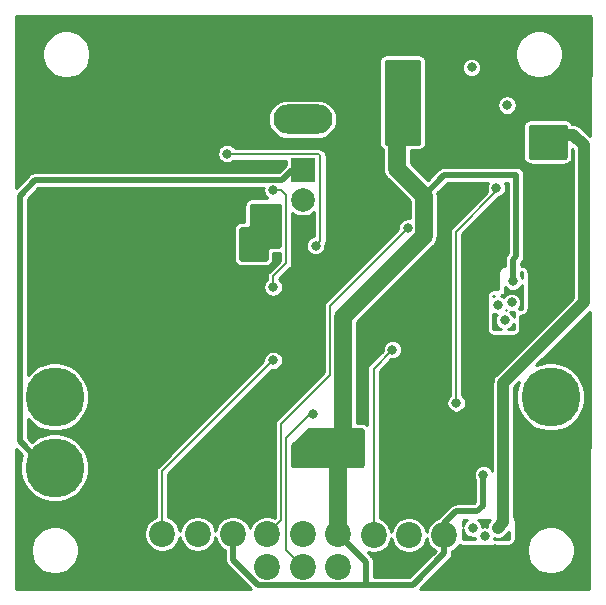
<source format=gbl>
G04 #@! TF.GenerationSoftware,KiCad,Pcbnew,(5.1.8)-1*
G04 #@! TF.CreationDate,2022-11-27T15:04:07-05:00*
G04 #@! TF.ProjectId,oc2Clone,6f633243-6c6f-46e6-952e-6b696361645f,rev?*
G04 #@! TF.SameCoordinates,Original*
G04 #@! TF.FileFunction,Copper,L2,Bot*
G04 #@! TF.FilePolarity,Positive*
%FSLAX46Y46*%
G04 Gerber Fmt 4.6, Leading zero omitted, Abs format (unit mm)*
G04 Created by KiCad (PCBNEW (5.1.8)-1) date 2022-11-27 15:04:07*
%MOMM*%
%LPD*%
G01*
G04 APERTURE LIST*
G04 #@! TA.AperFunction,ComponentPad*
%ADD10R,2.000000X2.000000*%
G04 #@! TD*
G04 #@! TA.AperFunction,ComponentPad*
%ADD11C,2.000000*%
G04 #@! TD*
G04 #@! TA.AperFunction,ComponentPad*
%ADD12C,2.200000*%
G04 #@! TD*
G04 #@! TA.AperFunction,ComponentPad*
%ADD13C,5.000000*%
G04 #@! TD*
G04 #@! TA.AperFunction,ComponentPad*
%ADD14O,5.000000X2.500000*%
G04 #@! TD*
G04 #@! TA.AperFunction,ComponentPad*
%ADD15O,4.500000X2.250000*%
G04 #@! TD*
G04 #@! TA.AperFunction,ViaPad*
%ADD16C,0.800000*%
G04 #@! TD*
G04 #@! TA.AperFunction,Conductor*
%ADD17C,1.000000*%
G04 #@! TD*
G04 #@! TA.AperFunction,Conductor*
%ADD18C,0.500000*%
G04 #@! TD*
G04 #@! TA.AperFunction,Conductor*
%ADD19C,1.500000*%
G04 #@! TD*
G04 #@! TA.AperFunction,Conductor*
%ADD20C,0.200000*%
G04 #@! TD*
G04 #@! TA.AperFunction,Conductor*
%ADD21C,0.254000*%
G04 #@! TD*
G04 #@! TA.AperFunction,Conductor*
%ADD22C,0.100000*%
G04 #@! TD*
G04 #@! TA.AperFunction,NonConductor*
%ADD23C,0.254000*%
G04 #@! TD*
G04 #@! TA.AperFunction,NonConductor*
%ADD24C,0.100000*%
G04 #@! TD*
G04 APERTURE END LIST*
D10*
X125000000Y-63760000D03*
D11*
X125000000Y-66300000D03*
D12*
X128000000Y-94600000D03*
X125000000Y-94600000D03*
X122000000Y-94600000D03*
X119100000Y-94600000D03*
X116100000Y-94600000D03*
X113100000Y-94600000D03*
X137000000Y-94700000D03*
X134000000Y-94700000D03*
X131000000Y-94700000D03*
X128000000Y-97400000D03*
X125000000Y-97400000D03*
X122000000Y-97400000D03*
D13*
X146000000Y-83000000D03*
X104000000Y-83000000D03*
X146000000Y-88900000D03*
D14*
X125000000Y-59500000D03*
D15*
X125000000Y-53500000D03*
D13*
X104000000Y-89000000D03*
D16*
X141500000Y-94100000D03*
X139400000Y-94100000D03*
X140400000Y-94800000D03*
X144900000Y-60700000D03*
X146900000Y-60800000D03*
X146900000Y-62000000D03*
X144870000Y-62130000D03*
X142300000Y-58300000D03*
X139300000Y-55100000D03*
X118600000Y-56900000D03*
X146300000Y-71000000D03*
X117900000Y-86000000D03*
X119800000Y-85900000D03*
X141300000Y-95900000D03*
X139200000Y-96300000D03*
X129400000Y-63500000D03*
X110300000Y-97200000D03*
X104100000Y-74400000D03*
X104100000Y-76400000D03*
X102400000Y-58700000D03*
X102400000Y-60100000D03*
X102400000Y-61500000D03*
X145900000Y-72900000D03*
X145900000Y-74100000D03*
X142400000Y-62200000D03*
X142400000Y-60700000D03*
X117000000Y-70300000D03*
X115200000Y-68100000D03*
X113200000Y-68200000D03*
X110900000Y-59900000D03*
X112000000Y-59900000D03*
X112600000Y-56600000D03*
X111100000Y-56700000D03*
X109600000Y-56700000D03*
X131500000Y-96500000D03*
X135400000Y-96400000D03*
X117500000Y-81500000D03*
X119500000Y-81100000D03*
X117300000Y-73900000D03*
X120600000Y-74300000D03*
X135100000Y-75000000D03*
X135100000Y-73300000D03*
X129900000Y-79000000D03*
X128900000Y-62500000D03*
X138800000Y-85900000D03*
X140200000Y-86000000D03*
X114000000Y-81100000D03*
X113900000Y-83600000D03*
X107500000Y-92700000D03*
X140400000Y-87500000D03*
X140100000Y-84200000D03*
X144600000Y-73600000D03*
X107300000Y-60400000D03*
X116800000Y-62700000D03*
X109400000Y-80700000D03*
X109400000Y-83200000D03*
X109600000Y-52100000D03*
X120100000Y-52500000D03*
X122100000Y-56500000D03*
X125500000Y-56500000D03*
X128800000Y-56500000D03*
X128700000Y-51800000D03*
X128800000Y-54400000D03*
X120800000Y-54300000D03*
X148500000Y-57600000D03*
X139100000Y-58300000D03*
X139300000Y-51900000D03*
X146700000Y-65200000D03*
X148000000Y-78800000D03*
X148400000Y-85800000D03*
X148300000Y-91700000D03*
X143600000Y-86100000D03*
X144700000Y-92000000D03*
X146300000Y-92000000D03*
X116800000Y-97800000D03*
X114000000Y-97800000D03*
X123700000Y-76500000D03*
X123700000Y-74800000D03*
X123700000Y-81700000D03*
X121300000Y-82800000D03*
X146900000Y-79700000D03*
X138700000Y-89800000D03*
X112000000Y-91400000D03*
X115500000Y-56800000D03*
X116000000Y-51400000D03*
X113200000Y-51600000D03*
X132700000Y-57900000D03*
X121300000Y-70900000D03*
X134300000Y-61100000D03*
X120300000Y-70900000D03*
X120300000Y-69900000D03*
X121300000Y-69900000D03*
X122600000Y-67100000D03*
X120800000Y-68900000D03*
X133000000Y-61100000D03*
X132700000Y-56900000D03*
X132700000Y-55900000D03*
X132700000Y-54900000D03*
X127200000Y-87800000D03*
X125300000Y-86800000D03*
X125300000Y-87900000D03*
X129400000Y-88400000D03*
X128400000Y-87800000D03*
X142800000Y-73200000D03*
X142700000Y-75000000D03*
X141500000Y-75200000D03*
X142100000Y-76500000D03*
X140300000Y-89600000D03*
X126100000Y-70200000D03*
X118600000Y-62400000D03*
X125900010Y-84482259D03*
X132600000Y-79000000D03*
X141400000Y-65300000D03*
X138000000Y-83500000D03*
X133900000Y-68700000D03*
X122500000Y-79900000D03*
X122500000Y-65500000D03*
X122500000Y-73700010D03*
D17*
X148800000Y-61700000D02*
X147900000Y-60800000D01*
X147900000Y-60800000D02*
X146900000Y-60800000D01*
X148800000Y-75000000D02*
X148800000Y-61700000D01*
X142000000Y-81800000D02*
X148800000Y-75000000D01*
X142000000Y-93600000D02*
X142000000Y-81800000D01*
X141500000Y-94100000D02*
X142000000Y-93600000D01*
D18*
X137000000Y-96255634D02*
X137000000Y-94700000D01*
X134305633Y-98950001D02*
X137000000Y-96255634D01*
X119100000Y-96794002D02*
X121255999Y-98950001D01*
X119100000Y-94700000D02*
X119100000Y-96794002D01*
X130349999Y-96949999D02*
X130349999Y-98950001D01*
X128000000Y-94600000D02*
X130349999Y-96949999D01*
X130349999Y-98950001D02*
X134305633Y-98950001D01*
X121255999Y-98950001D02*
X130349999Y-98950001D01*
D19*
X135250001Y-69348001D02*
X135250001Y-65950001D01*
X128400000Y-76198002D02*
X135250001Y-69348001D01*
X128400000Y-87800000D02*
X128400000Y-76198002D01*
X133000000Y-63700000D02*
X133000000Y-61100000D01*
X135250001Y-65950001D02*
X133000000Y-63700000D01*
X128000000Y-88200000D02*
X128400000Y-87800000D01*
X128000000Y-94600000D02*
X128000000Y-88200000D01*
D18*
X142800000Y-73200000D02*
X142800000Y-71400000D01*
X142800000Y-71400000D02*
X143100000Y-71100000D01*
X143100000Y-71100000D02*
X143100000Y-64200000D01*
X137000002Y-64200000D02*
X135250001Y-65950001D01*
X143100000Y-64200000D02*
X137000002Y-64200000D01*
X137000000Y-94700000D02*
X137000000Y-93700000D01*
X137000000Y-93700000D02*
X138000000Y-92700000D01*
X138000000Y-92700000D02*
X139800000Y-92700000D01*
X140300000Y-92200000D02*
X140300000Y-89600000D01*
X139800000Y-92700000D02*
X140300000Y-92200000D01*
D20*
X126499999Y-69800001D02*
X126499999Y-62599999D01*
X126100000Y-70200000D02*
X126499999Y-69800001D01*
X126359999Y-62459999D02*
X118459999Y-62459999D01*
X126499999Y-62599999D02*
X126359999Y-62459999D01*
X118540001Y-62459999D02*
X118600000Y-62400000D01*
X118459999Y-62459999D02*
X118540001Y-62459999D01*
X123599999Y-95999999D02*
X123599999Y-86700001D01*
X125000000Y-97400000D02*
X123599999Y-95999999D01*
X123599999Y-86700001D02*
X123599999Y-86500001D01*
X125617741Y-84482259D02*
X125900010Y-84482259D01*
X123599999Y-86500001D02*
X125617741Y-84482259D01*
X131000000Y-80600000D02*
X132600000Y-79000000D01*
X131000000Y-94700000D02*
X131000000Y-80600000D01*
X138000000Y-83500000D02*
X138000000Y-69000000D01*
X141400000Y-65600000D02*
X141400000Y-65300000D01*
X138000000Y-69000000D02*
X141400000Y-65600000D01*
X122000000Y-94600000D02*
X121700000Y-94300000D01*
X125399999Y-83063999D02*
X127349990Y-81114008D01*
X127349990Y-81114008D02*
X127349990Y-75250010D01*
X127400000Y-75200000D02*
X133900000Y-68700000D01*
X127349990Y-75250010D02*
X127400000Y-75200000D01*
X123199989Y-85264009D02*
X125399999Y-83063999D01*
X123199989Y-93400011D02*
X123199989Y-85264009D01*
X122000000Y-94600000D02*
X123199989Y-93400011D01*
D18*
X123250001Y-64649999D02*
X124140000Y-63760000D01*
X101049999Y-65950001D02*
X102350001Y-64649999D01*
X102350001Y-64649999D02*
X123250001Y-64649999D01*
X101049999Y-86749999D02*
X101049999Y-65950001D01*
X103300000Y-89000000D02*
X101049999Y-86749999D01*
X124140000Y-63760000D02*
X125000000Y-63760000D01*
X104000000Y-89000000D02*
X103300000Y-89000000D01*
D20*
X122500000Y-80100000D02*
X122500000Y-79900000D01*
X123600000Y-71700000D02*
X123600000Y-65900000D01*
X123200000Y-65500000D02*
X122500000Y-65500000D01*
X122500000Y-72800000D02*
X123600000Y-71700000D01*
X123600000Y-65900000D02*
X123200000Y-65500000D01*
X122500000Y-73700010D02*
X122500000Y-72800000D01*
X113100000Y-89300000D02*
X122500000Y-79900000D01*
X113100000Y-94600000D02*
X113100000Y-89300000D01*
D21*
X149273435Y-99187659D02*
X149265518Y-99227088D01*
X149250224Y-99249914D01*
X149227362Y-99265164D01*
X149187917Y-99273000D01*
X134940056Y-99273000D01*
X137455200Y-96757856D01*
X137481026Y-96736661D01*
X137565628Y-96633575D01*
X137628492Y-96515964D01*
X137667204Y-96388349D01*
X137677000Y-96288886D01*
X137677000Y-96288877D01*
X137680274Y-96255635D01*
X137677000Y-96222393D01*
X137677000Y-96072391D01*
X137723306Y-96053210D01*
X137973406Y-95886099D01*
X138059147Y-95800358D01*
X143973000Y-95800358D01*
X143973000Y-96199642D01*
X144050896Y-96591254D01*
X144203696Y-96960145D01*
X144425526Y-97292137D01*
X144707863Y-97574474D01*
X145039855Y-97796304D01*
X145408746Y-97949104D01*
X145800358Y-98027000D01*
X146199642Y-98027000D01*
X146591254Y-97949104D01*
X146960145Y-97796304D01*
X147292137Y-97574474D01*
X147574474Y-97292137D01*
X147796304Y-96960145D01*
X147949104Y-96591254D01*
X148027000Y-96199642D01*
X148027000Y-95800358D01*
X147949104Y-95408746D01*
X147796304Y-95039855D01*
X147574474Y-94707863D01*
X147292137Y-94425526D01*
X146960145Y-94203696D01*
X146591254Y-94050896D01*
X146199642Y-93973000D01*
X145800358Y-93973000D01*
X145408746Y-94050896D01*
X145039855Y-94203696D01*
X144707863Y-94425526D01*
X144425526Y-94707863D01*
X144203696Y-95039855D01*
X144050896Y-95408746D01*
X143973000Y-95800358D01*
X138059147Y-95800358D01*
X138186099Y-95673406D01*
X138281900Y-95530029D01*
X138287661Y-95534045D01*
X138365849Y-95577168D01*
X138445790Y-95601993D01*
X138524749Y-95618239D01*
X138610803Y-95627000D01*
X142400000Y-95627000D01*
X142483303Y-95618795D01*
X142559840Y-95603571D01*
X142639947Y-95579271D01*
X142713769Y-95539811D01*
X142778653Y-95496456D01*
X142843353Y-95443358D01*
X142896456Y-95378653D01*
X142939811Y-95313769D01*
X142979273Y-95239942D01*
X143003571Y-95159840D01*
X143018795Y-95083303D01*
X143027000Y-95000000D01*
X143027000Y-93500000D01*
X143018795Y-93416697D01*
X143003571Y-93340160D01*
X142979271Y-93260053D01*
X142939811Y-93186231D01*
X142927000Y-93167058D01*
X142927000Y-82183975D01*
X143341564Y-81769411D01*
X143185482Y-82146225D01*
X143073000Y-82711716D01*
X143073000Y-83288284D01*
X143185482Y-83853775D01*
X143406126Y-84386455D01*
X143726450Y-84865854D01*
X144134146Y-85273550D01*
X144613545Y-85593874D01*
X145146225Y-85814518D01*
X145711716Y-85927000D01*
X146288284Y-85927000D01*
X146853775Y-85814518D01*
X147386455Y-85593874D01*
X147865854Y-85273550D01*
X148273550Y-84865854D01*
X148593874Y-84386455D01*
X148814518Y-83853775D01*
X148927000Y-83288284D01*
X148927000Y-82711716D01*
X148814518Y-82146225D01*
X148593874Y-81613545D01*
X148273550Y-81134146D01*
X147865854Y-80726450D01*
X147386455Y-80406126D01*
X146853775Y-80185482D01*
X146288284Y-80073000D01*
X145711716Y-80073000D01*
X145146225Y-80185482D01*
X144769412Y-80341564D01*
X149321381Y-75789595D01*
X149273435Y-99187659D01*
G04 #@! TA.AperFunction,Conductor*
D22*
G36*
X149273435Y-99187659D02*
G01*
X149265518Y-99227088D01*
X149250224Y-99249914D01*
X149227362Y-99265164D01*
X149187917Y-99273000D01*
X134940056Y-99273000D01*
X137455200Y-96757856D01*
X137481026Y-96736661D01*
X137565628Y-96633575D01*
X137628492Y-96515964D01*
X137667204Y-96388349D01*
X137677000Y-96288886D01*
X137677000Y-96288877D01*
X137680274Y-96255635D01*
X137677000Y-96222393D01*
X137677000Y-96072391D01*
X137723306Y-96053210D01*
X137973406Y-95886099D01*
X138059147Y-95800358D01*
X143973000Y-95800358D01*
X143973000Y-96199642D01*
X144050896Y-96591254D01*
X144203696Y-96960145D01*
X144425526Y-97292137D01*
X144707863Y-97574474D01*
X145039855Y-97796304D01*
X145408746Y-97949104D01*
X145800358Y-98027000D01*
X146199642Y-98027000D01*
X146591254Y-97949104D01*
X146960145Y-97796304D01*
X147292137Y-97574474D01*
X147574474Y-97292137D01*
X147796304Y-96960145D01*
X147949104Y-96591254D01*
X148027000Y-96199642D01*
X148027000Y-95800358D01*
X147949104Y-95408746D01*
X147796304Y-95039855D01*
X147574474Y-94707863D01*
X147292137Y-94425526D01*
X146960145Y-94203696D01*
X146591254Y-94050896D01*
X146199642Y-93973000D01*
X145800358Y-93973000D01*
X145408746Y-94050896D01*
X145039855Y-94203696D01*
X144707863Y-94425526D01*
X144425526Y-94707863D01*
X144203696Y-95039855D01*
X144050896Y-95408746D01*
X143973000Y-95800358D01*
X138059147Y-95800358D01*
X138186099Y-95673406D01*
X138281900Y-95530029D01*
X138287661Y-95534045D01*
X138365849Y-95577168D01*
X138445790Y-95601993D01*
X138524749Y-95618239D01*
X138610803Y-95627000D01*
X142400000Y-95627000D01*
X142483303Y-95618795D01*
X142559840Y-95603571D01*
X142639947Y-95579271D01*
X142713769Y-95539811D01*
X142778653Y-95496456D01*
X142843353Y-95443358D01*
X142896456Y-95378653D01*
X142939811Y-95313769D01*
X142979273Y-95239942D01*
X143003571Y-95159840D01*
X143018795Y-95083303D01*
X143027000Y-95000000D01*
X143027000Y-93500000D01*
X143018795Y-93416697D01*
X143003571Y-93340160D01*
X142979271Y-93260053D01*
X142939811Y-93186231D01*
X142927000Y-93167058D01*
X142927000Y-82183975D01*
X143341564Y-81769411D01*
X143185482Y-82146225D01*
X143073000Y-82711716D01*
X143073000Y-83288284D01*
X143185482Y-83853775D01*
X143406126Y-84386455D01*
X143726450Y-84865854D01*
X144134146Y-85273550D01*
X144613545Y-85593874D01*
X145146225Y-85814518D01*
X145711716Y-85927000D01*
X146288284Y-85927000D01*
X146853775Y-85814518D01*
X147386455Y-85593874D01*
X147865854Y-85273550D01*
X148273550Y-84865854D01*
X148593874Y-84386455D01*
X148814518Y-83853775D01*
X148927000Y-83288284D01*
X148927000Y-82711716D01*
X148814518Y-82146225D01*
X148593874Y-81613545D01*
X148273550Y-81134146D01*
X147865854Y-80726450D01*
X147386455Y-80406126D01*
X146853775Y-80185482D01*
X146288284Y-80073000D01*
X145711716Y-80073000D01*
X145146225Y-80185482D01*
X144769412Y-80341564D01*
X149321381Y-75789595D01*
X149273435Y-99187659D01*
G37*
G04 #@! TD.AperFunction*
D21*
X149326603Y-50734875D02*
X149349494Y-50750196D01*
X149364770Y-50773120D01*
X149372563Y-50812673D01*
X149351809Y-60940833D01*
X148587688Y-60176713D01*
X148558659Y-60141341D01*
X148417505Y-60025499D01*
X148256464Y-59939420D01*
X148081724Y-59886413D01*
X147945538Y-59873000D01*
X147945527Y-59873000D01*
X147900000Y-59868516D01*
X147854473Y-59873000D01*
X147783198Y-59873000D01*
X147779271Y-59860053D01*
X147739811Y-59786231D01*
X147696456Y-59721347D01*
X147643358Y-59656647D01*
X147578653Y-59603544D01*
X147513769Y-59560189D01*
X147439942Y-59520727D01*
X147359840Y-59496429D01*
X147283303Y-59481205D01*
X147200000Y-59473000D01*
X144300000Y-59473000D01*
X144216697Y-59481205D01*
X144140160Y-59496429D01*
X144060053Y-59520729D01*
X143986231Y-59560189D01*
X143921347Y-59603544D01*
X143856647Y-59656642D01*
X143803544Y-59721347D01*
X143760189Y-59786231D01*
X143720727Y-59860058D01*
X143696429Y-59940160D01*
X143681205Y-60016697D01*
X143673000Y-60100000D01*
X143673000Y-62700000D01*
X143681205Y-62783303D01*
X143696429Y-62859840D01*
X143720729Y-62939947D01*
X143760189Y-63013769D01*
X143803544Y-63078653D01*
X143856642Y-63143353D01*
X143921347Y-63196456D01*
X143986231Y-63239811D01*
X144060058Y-63279273D01*
X144140160Y-63303571D01*
X144216697Y-63318795D01*
X144300000Y-63327000D01*
X147200000Y-63327000D01*
X147283303Y-63318795D01*
X147359840Y-63303571D01*
X147439947Y-63279271D01*
X147513769Y-63239811D01*
X147578653Y-63196456D01*
X147643353Y-63143358D01*
X147696456Y-63078653D01*
X147739811Y-63013769D01*
X147779273Y-62939942D01*
X147803571Y-62859840D01*
X147818795Y-62783303D01*
X147827000Y-62700000D01*
X147827000Y-62037976D01*
X147873001Y-62083977D01*
X147873000Y-74616024D01*
X141376709Y-81112316D01*
X141341342Y-81141341D01*
X141312317Y-81176708D01*
X141312312Y-81176713D01*
X141225499Y-81282495D01*
X141139420Y-81443537D01*
X141086414Y-81618277D01*
X141068516Y-81800000D01*
X141073001Y-81845537D01*
X141073000Y-89305135D01*
X141032877Y-89208269D01*
X140942372Y-89072819D01*
X140827181Y-88957628D01*
X140691731Y-88867123D01*
X140541227Y-88804782D01*
X140381452Y-88773000D01*
X140218548Y-88773000D01*
X140058773Y-88804782D01*
X139908269Y-88867123D01*
X139772819Y-88957628D01*
X139657628Y-89072819D01*
X139567123Y-89208269D01*
X139504782Y-89358773D01*
X139473000Y-89518548D01*
X139473000Y-89681452D01*
X139504782Y-89841227D01*
X139567123Y-89991731D01*
X139623001Y-90075358D01*
X139623000Y-91919577D01*
X139519578Y-92023000D01*
X138033252Y-92023000D01*
X138000000Y-92019725D01*
X137966748Y-92023000D01*
X137867285Y-92032796D01*
X137739670Y-92071508D01*
X137622059Y-92134372D01*
X137518973Y-92218973D01*
X137497778Y-92244799D01*
X136544800Y-93197778D01*
X136518974Y-93218973D01*
X136497779Y-93244799D01*
X136497776Y-93244802D01*
X136484830Y-93260577D01*
X136276694Y-93346790D01*
X136026594Y-93513901D01*
X135813901Y-93726594D01*
X135646790Y-93976694D01*
X135531681Y-94254590D01*
X135500000Y-94413864D01*
X135468319Y-94254590D01*
X135353210Y-93976694D01*
X135186099Y-93726594D01*
X134973406Y-93513901D01*
X134723306Y-93346790D01*
X134445410Y-93231681D01*
X134150396Y-93173000D01*
X133849604Y-93173000D01*
X133554590Y-93231681D01*
X133276694Y-93346790D01*
X133026594Y-93513901D01*
X132813901Y-93726594D01*
X132646790Y-93976694D01*
X132531681Y-94254590D01*
X132500000Y-94413864D01*
X132468319Y-94254590D01*
X132353210Y-93976694D01*
X132186099Y-93726594D01*
X131973406Y-93513901D01*
X131723306Y-93346790D01*
X131527000Y-93265477D01*
X131527000Y-80818289D01*
X132518333Y-79826957D01*
X132518548Y-79827000D01*
X132681452Y-79827000D01*
X132841227Y-79795218D01*
X132991731Y-79732877D01*
X133127181Y-79642372D01*
X133242372Y-79527181D01*
X133332877Y-79391731D01*
X133395218Y-79241227D01*
X133427000Y-79081452D01*
X133427000Y-78918548D01*
X133395218Y-78758773D01*
X133332877Y-78608269D01*
X133242372Y-78472819D01*
X133127181Y-78357628D01*
X132991731Y-78267123D01*
X132841227Y-78204782D01*
X132681452Y-78173000D01*
X132518548Y-78173000D01*
X132358773Y-78204782D01*
X132208269Y-78267123D01*
X132072819Y-78357628D01*
X131957628Y-78472819D01*
X131867123Y-78608269D01*
X131804782Y-78758773D01*
X131773000Y-78918548D01*
X131773000Y-79081452D01*
X131773043Y-79081667D01*
X130645662Y-80209049D01*
X130625553Y-80225552D01*
X130568061Y-80295606D01*
X130559696Y-80305799D01*
X130510761Y-80397351D01*
X130480626Y-80496691D01*
X130470451Y-80600000D01*
X130473001Y-80625891D01*
X130473001Y-85392767D01*
X130443358Y-85356647D01*
X130378653Y-85303544D01*
X130313769Y-85260189D01*
X130239942Y-85220727D01*
X130159840Y-85196429D01*
X130083303Y-85181205D01*
X130000000Y-85173000D01*
X129577000Y-85173000D01*
X129577000Y-76685530D01*
X136041385Y-70221146D01*
X136086292Y-70184292D01*
X136233375Y-70005071D01*
X136342668Y-69800598D01*
X136409970Y-69578733D01*
X136427001Y-69405813D01*
X136427001Y-69405804D01*
X136432694Y-69348002D01*
X136427001Y-69290200D01*
X136427001Y-66007813D01*
X136432695Y-65950001D01*
X136412497Y-65744927D01*
X137280424Y-64877000D01*
X140688016Y-64877000D01*
X140667123Y-64908269D01*
X140604782Y-65058773D01*
X140573000Y-65218548D01*
X140573000Y-65381452D01*
X140604782Y-65541227D01*
X140636620Y-65618090D01*
X137645662Y-68609049D01*
X137625553Y-68625552D01*
X137571897Y-68690932D01*
X137559696Y-68705799D01*
X137510761Y-68797351D01*
X137480626Y-68896691D01*
X137470451Y-69000000D01*
X137473001Y-69025891D01*
X137473000Y-82857507D01*
X137472819Y-82857628D01*
X137357628Y-82972819D01*
X137267123Y-83108269D01*
X137204782Y-83258773D01*
X137173000Y-83418548D01*
X137173000Y-83581452D01*
X137204782Y-83741227D01*
X137267123Y-83891731D01*
X137357628Y-84027181D01*
X137472819Y-84142372D01*
X137608269Y-84232877D01*
X137758773Y-84295218D01*
X137918548Y-84327000D01*
X138081452Y-84327000D01*
X138241227Y-84295218D01*
X138391731Y-84232877D01*
X138527181Y-84142372D01*
X138642372Y-84027181D01*
X138732877Y-83891731D01*
X138795218Y-83741227D01*
X138827000Y-83581452D01*
X138827000Y-83418548D01*
X138795218Y-83258773D01*
X138732877Y-83108269D01*
X138642372Y-82972819D01*
X138527181Y-82857628D01*
X138527000Y-82857507D01*
X138527000Y-69218289D01*
X141656326Y-66088964D01*
X141791731Y-66032877D01*
X141927181Y-65942372D01*
X142042372Y-65827181D01*
X142132877Y-65691731D01*
X142195218Y-65541227D01*
X142227000Y-65381452D01*
X142227000Y-65218548D01*
X142195218Y-65058773D01*
X142132877Y-64908269D01*
X142111984Y-64877000D01*
X142423001Y-64877000D01*
X142423000Y-70819578D01*
X142344801Y-70897778D01*
X142318974Y-70918973D01*
X142297779Y-70944799D01*
X142297776Y-70944802D01*
X142234372Y-71022060D01*
X142171508Y-71139671D01*
X142132796Y-71267286D01*
X142119726Y-71400000D01*
X142123001Y-71433254D01*
X142123001Y-71880584D01*
X142116697Y-71881205D01*
X142040160Y-71896429D01*
X141960053Y-71920729D01*
X141886231Y-71960189D01*
X141821347Y-72003544D01*
X141756647Y-72056642D01*
X141703544Y-72121347D01*
X141660189Y-72186231D01*
X141620727Y-72260058D01*
X141596429Y-72340160D01*
X141581205Y-72416697D01*
X141573000Y-72500000D01*
X141573000Y-73873000D01*
X141200000Y-73873000D01*
X141116697Y-73881205D01*
X141040160Y-73896429D01*
X140960053Y-73920729D01*
X140886231Y-73960189D01*
X140821347Y-74003544D01*
X140756647Y-74056642D01*
X140703544Y-74121347D01*
X140660189Y-74186231D01*
X140620727Y-74260058D01*
X140596429Y-74340160D01*
X140581205Y-74416697D01*
X140573000Y-74500000D01*
X140573000Y-77200000D01*
X140581205Y-77283303D01*
X140596429Y-77359840D01*
X140620729Y-77439947D01*
X140660189Y-77513769D01*
X140703544Y-77578653D01*
X140756642Y-77643353D01*
X140821347Y-77696456D01*
X140886231Y-77739811D01*
X140960058Y-77779273D01*
X141040160Y-77803571D01*
X141116697Y-77818795D01*
X141200000Y-77827000D01*
X142800000Y-77827000D01*
X142883303Y-77818795D01*
X142959840Y-77803571D01*
X143039947Y-77779271D01*
X143113769Y-77739811D01*
X143178653Y-77696456D01*
X143243353Y-77643358D01*
X143296456Y-77578653D01*
X143339811Y-77513769D01*
X143379273Y-77439942D01*
X143403571Y-77359840D01*
X143418795Y-77283303D01*
X143427000Y-77200000D01*
X143427000Y-76127000D01*
X143500000Y-76127000D01*
X143583303Y-76118795D01*
X143659840Y-76103571D01*
X143739947Y-76079271D01*
X143813769Y-76039811D01*
X143878653Y-75996456D01*
X143943353Y-75943358D01*
X143996456Y-75878653D01*
X144039811Y-75813769D01*
X144079273Y-75739942D01*
X144103571Y-75659840D01*
X144118795Y-75583303D01*
X144127000Y-75500000D01*
X144127000Y-72500000D01*
X144118795Y-72416697D01*
X144103571Y-72340160D01*
X144079271Y-72260053D01*
X144039811Y-72186231D01*
X143996456Y-72121347D01*
X143943358Y-72056647D01*
X143878653Y-72003544D01*
X143813769Y-71960189D01*
X143739942Y-71920727D01*
X143659840Y-71896429D01*
X143583303Y-71881205D01*
X143500000Y-71873000D01*
X143477000Y-71873000D01*
X143477000Y-71680421D01*
X143555195Y-71602226D01*
X143581026Y-71581027D01*
X143665628Y-71477941D01*
X143728492Y-71360330D01*
X143767204Y-71232715D01*
X143777000Y-71133252D01*
X143777000Y-71133243D01*
X143780274Y-71100001D01*
X143777000Y-71066759D01*
X143777000Y-64233252D01*
X143780275Y-64200000D01*
X143767204Y-64067285D01*
X143728492Y-63939670D01*
X143665628Y-63822059D01*
X143581027Y-63718973D01*
X143477941Y-63634372D01*
X143360330Y-63571508D01*
X143232715Y-63532796D01*
X143133252Y-63523000D01*
X143100000Y-63519725D01*
X143066748Y-63523000D01*
X137033243Y-63523000D01*
X137000001Y-63519726D01*
X136966759Y-63523000D01*
X136966750Y-63523000D01*
X136867287Y-63532796D01*
X136739672Y-63571508D01*
X136622061Y-63634372D01*
X136518975Y-63718973D01*
X136497776Y-63744804D01*
X135603554Y-64639026D01*
X134177000Y-63212472D01*
X134177000Y-62127000D01*
X134800000Y-62127000D01*
X134883303Y-62118795D01*
X134959840Y-62103571D01*
X135039947Y-62079271D01*
X135113769Y-62039811D01*
X135178653Y-61996456D01*
X135243353Y-61943358D01*
X135296456Y-61878653D01*
X135339811Y-61813769D01*
X135379273Y-61739942D01*
X135403571Y-61659840D01*
X135418795Y-61583303D01*
X135427000Y-61500000D01*
X135427000Y-58218548D01*
X141473000Y-58218548D01*
X141473000Y-58381452D01*
X141504782Y-58541227D01*
X141567123Y-58691731D01*
X141657628Y-58827181D01*
X141772819Y-58942372D01*
X141908269Y-59032877D01*
X142058773Y-59095218D01*
X142218548Y-59127000D01*
X142381452Y-59127000D01*
X142541227Y-59095218D01*
X142691731Y-59032877D01*
X142827181Y-58942372D01*
X142942372Y-58827181D01*
X143032877Y-58691731D01*
X143095218Y-58541227D01*
X143127000Y-58381452D01*
X143127000Y-58218548D01*
X143095218Y-58058773D01*
X143032877Y-57908269D01*
X142942372Y-57772819D01*
X142827181Y-57657628D01*
X142691731Y-57567123D01*
X142541227Y-57504782D01*
X142381452Y-57473000D01*
X142218548Y-57473000D01*
X142058773Y-57504782D01*
X141908269Y-57567123D01*
X141772819Y-57657628D01*
X141657628Y-57772819D01*
X141567123Y-57908269D01*
X141504782Y-58058773D01*
X141473000Y-58218548D01*
X135427000Y-58218548D01*
X135427000Y-55018548D01*
X138473000Y-55018548D01*
X138473000Y-55181452D01*
X138504782Y-55341227D01*
X138567123Y-55491731D01*
X138657628Y-55627181D01*
X138772819Y-55742372D01*
X138908269Y-55832877D01*
X139058773Y-55895218D01*
X139218548Y-55927000D01*
X139381452Y-55927000D01*
X139541227Y-55895218D01*
X139691731Y-55832877D01*
X139827181Y-55742372D01*
X139942372Y-55627181D01*
X140032877Y-55491731D01*
X140095218Y-55341227D01*
X140127000Y-55181452D01*
X140127000Y-55018548D01*
X140095218Y-54858773D01*
X140032877Y-54708269D01*
X139942372Y-54572819D01*
X139827181Y-54457628D01*
X139691731Y-54367123D01*
X139541227Y-54304782D01*
X139381452Y-54273000D01*
X139218548Y-54273000D01*
X139058773Y-54304782D01*
X138908269Y-54367123D01*
X138772819Y-54457628D01*
X138657628Y-54572819D01*
X138567123Y-54708269D01*
X138504782Y-54858773D01*
X138473000Y-55018548D01*
X135427000Y-55018548D01*
X135427000Y-54600000D01*
X135418795Y-54516697D01*
X135403571Y-54440160D01*
X135379271Y-54360053D01*
X135339811Y-54286231D01*
X135296456Y-54221347D01*
X135243358Y-54156647D01*
X135178653Y-54103544D01*
X135113769Y-54060189D01*
X135039942Y-54020727D01*
X134959840Y-53996429D01*
X134883303Y-53981205D01*
X134800000Y-53973000D01*
X132100000Y-53973000D01*
X132016697Y-53981205D01*
X131940160Y-53996429D01*
X131860053Y-54020729D01*
X131786231Y-54060189D01*
X131721347Y-54103544D01*
X131656647Y-54156642D01*
X131603544Y-54221347D01*
X131560189Y-54286231D01*
X131520727Y-54360058D01*
X131496429Y-54440160D01*
X131481205Y-54516697D01*
X131473000Y-54600000D01*
X131473000Y-61500000D01*
X131481205Y-61583303D01*
X131496429Y-61659840D01*
X131520729Y-61739947D01*
X131560189Y-61813769D01*
X131603544Y-61878653D01*
X131656642Y-61943353D01*
X131721347Y-61996456D01*
X131786231Y-62039811D01*
X131823001Y-62059465D01*
X131823000Y-63642187D01*
X131817306Y-63700000D01*
X131829328Y-63822059D01*
X131840031Y-63930731D01*
X131907333Y-64152596D01*
X132016626Y-64357069D01*
X132163709Y-64536291D01*
X132208623Y-64573151D01*
X134073002Y-66437531D01*
X134073001Y-67891211D01*
X133981452Y-67873000D01*
X133818548Y-67873000D01*
X133658773Y-67904782D01*
X133508269Y-67967123D01*
X133372819Y-68057628D01*
X133257628Y-68172819D01*
X133167123Y-68308269D01*
X133104782Y-68458773D01*
X133073000Y-68618548D01*
X133073000Y-68781452D01*
X133073043Y-68781667D01*
X127045662Y-74809049D01*
X127045656Y-74809054D01*
X126995650Y-74859061D01*
X126975543Y-74875562D01*
X126918051Y-74945616D01*
X126909686Y-74955809D01*
X126860751Y-75047361D01*
X126830616Y-75146701D01*
X126820441Y-75250010D01*
X126822991Y-75275901D01*
X126822990Y-80895717D01*
X125045659Y-82673050D01*
X125045654Y-82673054D01*
X122845651Y-84873058D01*
X122825542Y-84889561D01*
X122768050Y-84959615D01*
X122759685Y-84969808D01*
X122710750Y-85061360D01*
X122680615Y-85160700D01*
X122670440Y-85264009D01*
X122672990Y-85289900D01*
X122672989Y-93181720D01*
X122641715Y-93212994D01*
X122445410Y-93131681D01*
X122150396Y-93073000D01*
X121849604Y-93073000D01*
X121554590Y-93131681D01*
X121276694Y-93246790D01*
X121026594Y-93413901D01*
X120813901Y-93626594D01*
X120646790Y-93876694D01*
X120550000Y-94110364D01*
X120453210Y-93876694D01*
X120286099Y-93626594D01*
X120073406Y-93413901D01*
X119823306Y-93246790D01*
X119545410Y-93131681D01*
X119250396Y-93073000D01*
X118949604Y-93073000D01*
X118654590Y-93131681D01*
X118376694Y-93246790D01*
X118126594Y-93413901D01*
X117913901Y-93626594D01*
X117746790Y-93876694D01*
X117631681Y-94154590D01*
X117600000Y-94313864D01*
X117568319Y-94154590D01*
X117453210Y-93876694D01*
X117286099Y-93626594D01*
X117073406Y-93413901D01*
X116823306Y-93246790D01*
X116545410Y-93131681D01*
X116250396Y-93073000D01*
X115949604Y-93073000D01*
X115654590Y-93131681D01*
X115376694Y-93246790D01*
X115126594Y-93413901D01*
X114913901Y-93626594D01*
X114746790Y-93876694D01*
X114631681Y-94154590D01*
X114600000Y-94313864D01*
X114568319Y-94154590D01*
X114453210Y-93876694D01*
X114286099Y-93626594D01*
X114073406Y-93413901D01*
X113823306Y-93246790D01*
X113627000Y-93165477D01*
X113627000Y-89518289D01*
X122418333Y-80726957D01*
X122418548Y-80727000D01*
X122581452Y-80727000D01*
X122741227Y-80695218D01*
X122891731Y-80632877D01*
X123027181Y-80542372D01*
X123142372Y-80427181D01*
X123232877Y-80291731D01*
X123295218Y-80141227D01*
X123327000Y-79981452D01*
X123327000Y-79818548D01*
X123295218Y-79658773D01*
X123232877Y-79508269D01*
X123142372Y-79372819D01*
X123027181Y-79257628D01*
X122891731Y-79167123D01*
X122741227Y-79104782D01*
X122581452Y-79073000D01*
X122418548Y-79073000D01*
X122258773Y-79104782D01*
X122108269Y-79167123D01*
X121972819Y-79257628D01*
X121857628Y-79372819D01*
X121767123Y-79508269D01*
X121704782Y-79658773D01*
X121673000Y-79818548D01*
X121673000Y-79981452D01*
X121673043Y-79981667D01*
X112745662Y-88909049D01*
X112725553Y-88925552D01*
X112697414Y-88959840D01*
X112659696Y-89005799D01*
X112610761Y-89097351D01*
X112580626Y-89196691D01*
X112570451Y-89300000D01*
X112573001Y-89325891D01*
X112573000Y-93165477D01*
X112376694Y-93246790D01*
X112126594Y-93413901D01*
X111913901Y-93626594D01*
X111746790Y-93876694D01*
X111631681Y-94154590D01*
X111573000Y-94449604D01*
X111573000Y-94750396D01*
X111631681Y-95045410D01*
X111746790Y-95323306D01*
X111913901Y-95573406D01*
X112126594Y-95786099D01*
X112376694Y-95953210D01*
X112654590Y-96068319D01*
X112949604Y-96127000D01*
X113250396Y-96127000D01*
X113545410Y-96068319D01*
X113823306Y-95953210D01*
X114073406Y-95786099D01*
X114286099Y-95573406D01*
X114453210Y-95323306D01*
X114568319Y-95045410D01*
X114600000Y-94886136D01*
X114631681Y-95045410D01*
X114746790Y-95323306D01*
X114913901Y-95573406D01*
X115126594Y-95786099D01*
X115376694Y-95953210D01*
X115654590Y-96068319D01*
X115949604Y-96127000D01*
X116250396Y-96127000D01*
X116545410Y-96068319D01*
X116823306Y-95953210D01*
X117073406Y-95786099D01*
X117286099Y-95573406D01*
X117453210Y-95323306D01*
X117568319Y-95045410D01*
X117600000Y-94886136D01*
X117631681Y-95045410D01*
X117746790Y-95323306D01*
X117913901Y-95573406D01*
X118126594Y-95786099D01*
X118376694Y-95953210D01*
X118423001Y-95972391D01*
X118423001Y-96760748D01*
X118419726Y-96794002D01*
X118432796Y-96926716D01*
X118471508Y-97054331D01*
X118534372Y-97171942D01*
X118597776Y-97249200D01*
X118597779Y-97249203D01*
X118618974Y-97275029D01*
X118644800Y-97296224D01*
X120621576Y-99273000D01*
X100812509Y-99273000D01*
X100773016Y-99265144D01*
X100750141Y-99249859D01*
X100734856Y-99226984D01*
X100727000Y-99187491D01*
X100727000Y-95800358D01*
X101973000Y-95800358D01*
X101973000Y-96199642D01*
X102050896Y-96591254D01*
X102203696Y-96960145D01*
X102425526Y-97292137D01*
X102707863Y-97574474D01*
X103039855Y-97796304D01*
X103408746Y-97949104D01*
X103800358Y-98027000D01*
X104199642Y-98027000D01*
X104591254Y-97949104D01*
X104960145Y-97796304D01*
X105292137Y-97574474D01*
X105574474Y-97292137D01*
X105796304Y-96960145D01*
X105949104Y-96591254D01*
X106027000Y-96199642D01*
X106027000Y-95800358D01*
X105949104Y-95408746D01*
X105796304Y-95039855D01*
X105574474Y-94707863D01*
X105292137Y-94425526D01*
X104960145Y-94203696D01*
X104591254Y-94050896D01*
X104199642Y-93973000D01*
X103800358Y-93973000D01*
X103408746Y-94050896D01*
X103039855Y-94203696D01*
X102707863Y-94425526D01*
X102425526Y-94707863D01*
X102203696Y-95039855D01*
X102050896Y-95408746D01*
X101973000Y-95800358D01*
X100727000Y-95800358D01*
X100727000Y-87384422D01*
X101274323Y-87931745D01*
X101185482Y-88146225D01*
X101073000Y-88711716D01*
X101073000Y-89288284D01*
X101185482Y-89853775D01*
X101406126Y-90386455D01*
X101726450Y-90865854D01*
X102134146Y-91273550D01*
X102613545Y-91593874D01*
X103146225Y-91814518D01*
X103711716Y-91927000D01*
X104288284Y-91927000D01*
X104853775Y-91814518D01*
X105386455Y-91593874D01*
X105865854Y-91273550D01*
X106273550Y-90865854D01*
X106593874Y-90386455D01*
X106814518Y-89853775D01*
X106927000Y-89288284D01*
X106927000Y-88711716D01*
X106814518Y-88146225D01*
X106593874Y-87613545D01*
X106273550Y-87134146D01*
X105865854Y-86726450D01*
X105386455Y-86406126D01*
X104853775Y-86185482D01*
X104288284Y-86073000D01*
X103711716Y-86073000D01*
X103146225Y-86185482D01*
X102613545Y-86406126D01*
X102134146Y-86726450D01*
X102059009Y-86801587D01*
X101726999Y-86469577D01*
X101726999Y-84866403D01*
X102134146Y-85273550D01*
X102613545Y-85593874D01*
X103146225Y-85814518D01*
X103711716Y-85927000D01*
X104288284Y-85927000D01*
X104853775Y-85814518D01*
X105386455Y-85593874D01*
X105865854Y-85273550D01*
X106273550Y-84865854D01*
X106593874Y-84386455D01*
X106814518Y-83853775D01*
X106927000Y-83288284D01*
X106927000Y-82711716D01*
X106814518Y-82146225D01*
X106593874Y-81613545D01*
X106273550Y-81134146D01*
X105865854Y-80726450D01*
X105386455Y-80406126D01*
X104853775Y-80185482D01*
X104288284Y-80073000D01*
X103711716Y-80073000D01*
X103146225Y-80185482D01*
X102613545Y-80406126D01*
X102134146Y-80726450D01*
X101726999Y-81133597D01*
X101726999Y-66230423D01*
X102630423Y-65326999D01*
X121691211Y-65326999D01*
X121673000Y-65418548D01*
X121673000Y-65581452D01*
X121704782Y-65741227D01*
X121767123Y-65891731D01*
X121857628Y-66027181D01*
X121972819Y-66142372D01*
X122018657Y-66173000D01*
X120700000Y-66173000D01*
X120616697Y-66181205D01*
X120540160Y-66196429D01*
X120460053Y-66220729D01*
X120386231Y-66260189D01*
X120321347Y-66303544D01*
X120256647Y-66356642D01*
X120203544Y-66421347D01*
X120160189Y-66486231D01*
X120120727Y-66560058D01*
X120096429Y-66640160D01*
X120081205Y-66716697D01*
X120073000Y-66800000D01*
X120073000Y-68173000D01*
X119800000Y-68173000D01*
X119716697Y-68181205D01*
X119640160Y-68196429D01*
X119560053Y-68220729D01*
X119486231Y-68260189D01*
X119421347Y-68303544D01*
X119356647Y-68356642D01*
X119303544Y-68421347D01*
X119260189Y-68486231D01*
X119220727Y-68560058D01*
X119196429Y-68640160D01*
X119181205Y-68716697D01*
X119173000Y-68800000D01*
X119173000Y-71300000D01*
X119181205Y-71383303D01*
X119196429Y-71459840D01*
X119220729Y-71539947D01*
X119260189Y-71613769D01*
X119303544Y-71678653D01*
X119356642Y-71743353D01*
X119421347Y-71796456D01*
X119486231Y-71839811D01*
X119560058Y-71879273D01*
X119640160Y-71903571D01*
X119716697Y-71918795D01*
X119800000Y-71927000D01*
X121900000Y-71927000D01*
X121983303Y-71918795D01*
X122059840Y-71903571D01*
X122139947Y-71879271D01*
X122213769Y-71839811D01*
X122278653Y-71796456D01*
X122343353Y-71743358D01*
X122396456Y-71678653D01*
X122439811Y-71613769D01*
X122479273Y-71539942D01*
X122503571Y-71459840D01*
X122518795Y-71383303D01*
X122527000Y-71300000D01*
X122527000Y-70827000D01*
X123000000Y-70827000D01*
X123073000Y-70819810D01*
X123073000Y-71481710D01*
X122145662Y-72409049D01*
X122125553Y-72425552D01*
X122091437Y-72467123D01*
X122059696Y-72505799D01*
X122010761Y-72597351D01*
X121980626Y-72696691D01*
X121970451Y-72800000D01*
X121973000Y-72825881D01*
X121973000Y-73057517D01*
X121972819Y-73057638D01*
X121857628Y-73172829D01*
X121767123Y-73308279D01*
X121704782Y-73458783D01*
X121673000Y-73618558D01*
X121673000Y-73781462D01*
X121704782Y-73941237D01*
X121767123Y-74091741D01*
X121857628Y-74227191D01*
X121972819Y-74342382D01*
X122108269Y-74432887D01*
X122258773Y-74495228D01*
X122418548Y-74527010D01*
X122581452Y-74527010D01*
X122741227Y-74495228D01*
X122891731Y-74432887D01*
X123027181Y-74342382D01*
X123142372Y-74227191D01*
X123232877Y-74091741D01*
X123295218Y-73941237D01*
X123327000Y-73781462D01*
X123327000Y-73618558D01*
X123295218Y-73458783D01*
X123232877Y-73308279D01*
X123142372Y-73172829D01*
X123027181Y-73057638D01*
X123027000Y-73057517D01*
X123027000Y-73018289D01*
X123954339Y-72090951D01*
X123974448Y-72074448D01*
X124040304Y-71994202D01*
X124089239Y-71902650D01*
X124119374Y-71803310D01*
X124127000Y-71725881D01*
X124127000Y-71725880D01*
X124129549Y-71700000D01*
X124127000Y-71674119D01*
X124127000Y-67432919D01*
X124324062Y-67564591D01*
X124583759Y-67672162D01*
X124859453Y-67727000D01*
X125140547Y-67727000D01*
X125416241Y-67672162D01*
X125675938Y-67564591D01*
X125909660Y-67408424D01*
X125972999Y-67345085D01*
X125972999Y-69382060D01*
X125858773Y-69404782D01*
X125708269Y-69467123D01*
X125572819Y-69557628D01*
X125457628Y-69672819D01*
X125367123Y-69808269D01*
X125304782Y-69958773D01*
X125273000Y-70118548D01*
X125273000Y-70281452D01*
X125304782Y-70441227D01*
X125367123Y-70591731D01*
X125457628Y-70727181D01*
X125572819Y-70842372D01*
X125708269Y-70932877D01*
X125858773Y-70995218D01*
X126018548Y-71027000D01*
X126181452Y-71027000D01*
X126341227Y-70995218D01*
X126491731Y-70932877D01*
X126627181Y-70842372D01*
X126742372Y-70727181D01*
X126832877Y-70591731D01*
X126895218Y-70441227D01*
X126927000Y-70281452D01*
X126927000Y-70118548D01*
X126925697Y-70112000D01*
X126940303Y-70094203D01*
X126989238Y-70002651D01*
X127019373Y-69903311D01*
X127026999Y-69825882D01*
X127026999Y-69825881D01*
X127029548Y-69800002D01*
X127026999Y-69774121D01*
X127026999Y-62625880D01*
X127029548Y-62599999D01*
X127019373Y-62496689D01*
X127007213Y-62456605D01*
X126989238Y-62397349D01*
X126940303Y-62305797D01*
X126874447Y-62225551D01*
X126854333Y-62209044D01*
X126750954Y-62105665D01*
X126734447Y-62085551D01*
X126654201Y-62019695D01*
X126562649Y-61970760D01*
X126463309Y-61940625D01*
X126385880Y-61932999D01*
X126359999Y-61930450D01*
X126334118Y-61932999D01*
X119282583Y-61932999D01*
X119242372Y-61872819D01*
X119127181Y-61757628D01*
X118991731Y-61667123D01*
X118841227Y-61604782D01*
X118681452Y-61573000D01*
X118518548Y-61573000D01*
X118358773Y-61604782D01*
X118208269Y-61667123D01*
X118072819Y-61757628D01*
X117957628Y-61872819D01*
X117867123Y-62008269D01*
X117804782Y-62158773D01*
X117773000Y-62318548D01*
X117773000Y-62481452D01*
X117804782Y-62641227D01*
X117867123Y-62791731D01*
X117957628Y-62927181D01*
X118072819Y-63042372D01*
X118208269Y-63132877D01*
X118358773Y-63195218D01*
X118518548Y-63227000D01*
X118681452Y-63227000D01*
X118841227Y-63195218D01*
X118991731Y-63132877D01*
X119127181Y-63042372D01*
X119182554Y-62986999D01*
X123570934Y-62986999D01*
X123570934Y-63371643D01*
X122969579Y-63972999D01*
X102383242Y-63972999D01*
X102350000Y-63969725D01*
X102316758Y-63972999D01*
X102316749Y-63972999D01*
X102217286Y-63982795D01*
X102089671Y-64021507D01*
X101972060Y-64084371D01*
X101868974Y-64168972D01*
X101847777Y-64194801D01*
X100727000Y-65315578D01*
X100727000Y-59500000D01*
X122064886Y-59500000D01*
X122097265Y-59828749D01*
X122193158Y-60144865D01*
X122348879Y-60436199D01*
X122558444Y-60691556D01*
X122813801Y-60901121D01*
X123105135Y-61056842D01*
X123421251Y-61152735D01*
X123667617Y-61177000D01*
X126332383Y-61177000D01*
X126578749Y-61152735D01*
X126894865Y-61056842D01*
X127186199Y-60901121D01*
X127441556Y-60691556D01*
X127651121Y-60436199D01*
X127806842Y-60144865D01*
X127902735Y-59828749D01*
X127935114Y-59500000D01*
X127902735Y-59171251D01*
X127806842Y-58855135D01*
X127651121Y-58563801D01*
X127441556Y-58308444D01*
X127186199Y-58098879D01*
X126894865Y-57943158D01*
X126578749Y-57847265D01*
X126332383Y-57823000D01*
X123667617Y-57823000D01*
X123421251Y-57847265D01*
X123105135Y-57943158D01*
X122813801Y-58098879D01*
X122558444Y-58308444D01*
X122348879Y-58563801D01*
X122193158Y-58855135D01*
X122097265Y-59171251D01*
X122064886Y-59500000D01*
X100727000Y-59500000D01*
X100727000Y-53800358D01*
X102973000Y-53800358D01*
X102973000Y-54199642D01*
X103050896Y-54591254D01*
X103203696Y-54960145D01*
X103425526Y-55292137D01*
X103707863Y-55574474D01*
X104039855Y-55796304D01*
X104408746Y-55949104D01*
X104800358Y-56027000D01*
X105199642Y-56027000D01*
X105591254Y-55949104D01*
X105960145Y-55796304D01*
X106292137Y-55574474D01*
X106574474Y-55292137D01*
X106796304Y-54960145D01*
X106949104Y-54591254D01*
X107027000Y-54199642D01*
X107027000Y-53800358D01*
X142973000Y-53800358D01*
X142973000Y-54199642D01*
X143050896Y-54591254D01*
X143203696Y-54960145D01*
X143425526Y-55292137D01*
X143707863Y-55574474D01*
X144039855Y-55796304D01*
X144408746Y-55949104D01*
X144800358Y-56027000D01*
X145199642Y-56027000D01*
X145591254Y-55949104D01*
X145960145Y-55796304D01*
X146292137Y-55574474D01*
X146574474Y-55292137D01*
X146796304Y-54960145D01*
X146949104Y-54591254D01*
X147027000Y-54199642D01*
X147027000Y-53800358D01*
X146949104Y-53408746D01*
X146796304Y-53039855D01*
X146574474Y-52707863D01*
X146292137Y-52425526D01*
X145960145Y-52203696D01*
X145591254Y-52050896D01*
X145199642Y-51973000D01*
X144800358Y-51973000D01*
X144408746Y-52050896D01*
X144039855Y-52203696D01*
X143707863Y-52425526D01*
X143425526Y-52707863D01*
X143203696Y-53039855D01*
X143050896Y-53408746D01*
X142973000Y-53800358D01*
X107027000Y-53800358D01*
X106949104Y-53408746D01*
X106796304Y-53039855D01*
X106574474Y-52707863D01*
X106292137Y-52425526D01*
X105960145Y-52203696D01*
X105591254Y-52050896D01*
X105199642Y-51973000D01*
X104800358Y-51973000D01*
X104408746Y-52050896D01*
X104039855Y-52203696D01*
X103707863Y-52425526D01*
X103425526Y-52707863D01*
X103203696Y-53039855D01*
X103050896Y-53408746D01*
X102973000Y-53800358D01*
X100727000Y-53800358D01*
X100727000Y-50812509D01*
X100734856Y-50773016D01*
X100750141Y-50750141D01*
X100773016Y-50734856D01*
X100812509Y-50727000D01*
X149287068Y-50727000D01*
X149326603Y-50734875D01*
G04 #@! TA.AperFunction,Conductor*
D22*
G36*
X149326603Y-50734875D02*
G01*
X149349494Y-50750196D01*
X149364770Y-50773120D01*
X149372563Y-50812673D01*
X149351809Y-60940833D01*
X148587688Y-60176713D01*
X148558659Y-60141341D01*
X148417505Y-60025499D01*
X148256464Y-59939420D01*
X148081724Y-59886413D01*
X147945538Y-59873000D01*
X147945527Y-59873000D01*
X147900000Y-59868516D01*
X147854473Y-59873000D01*
X147783198Y-59873000D01*
X147779271Y-59860053D01*
X147739811Y-59786231D01*
X147696456Y-59721347D01*
X147643358Y-59656647D01*
X147578653Y-59603544D01*
X147513769Y-59560189D01*
X147439942Y-59520727D01*
X147359840Y-59496429D01*
X147283303Y-59481205D01*
X147200000Y-59473000D01*
X144300000Y-59473000D01*
X144216697Y-59481205D01*
X144140160Y-59496429D01*
X144060053Y-59520729D01*
X143986231Y-59560189D01*
X143921347Y-59603544D01*
X143856647Y-59656642D01*
X143803544Y-59721347D01*
X143760189Y-59786231D01*
X143720727Y-59860058D01*
X143696429Y-59940160D01*
X143681205Y-60016697D01*
X143673000Y-60100000D01*
X143673000Y-62700000D01*
X143681205Y-62783303D01*
X143696429Y-62859840D01*
X143720729Y-62939947D01*
X143760189Y-63013769D01*
X143803544Y-63078653D01*
X143856642Y-63143353D01*
X143921347Y-63196456D01*
X143986231Y-63239811D01*
X144060058Y-63279273D01*
X144140160Y-63303571D01*
X144216697Y-63318795D01*
X144300000Y-63327000D01*
X147200000Y-63327000D01*
X147283303Y-63318795D01*
X147359840Y-63303571D01*
X147439947Y-63279271D01*
X147513769Y-63239811D01*
X147578653Y-63196456D01*
X147643353Y-63143358D01*
X147696456Y-63078653D01*
X147739811Y-63013769D01*
X147779273Y-62939942D01*
X147803571Y-62859840D01*
X147818795Y-62783303D01*
X147827000Y-62700000D01*
X147827000Y-62037976D01*
X147873001Y-62083977D01*
X147873000Y-74616024D01*
X141376709Y-81112316D01*
X141341342Y-81141341D01*
X141312317Y-81176708D01*
X141312312Y-81176713D01*
X141225499Y-81282495D01*
X141139420Y-81443537D01*
X141086414Y-81618277D01*
X141068516Y-81800000D01*
X141073001Y-81845537D01*
X141073000Y-89305135D01*
X141032877Y-89208269D01*
X140942372Y-89072819D01*
X140827181Y-88957628D01*
X140691731Y-88867123D01*
X140541227Y-88804782D01*
X140381452Y-88773000D01*
X140218548Y-88773000D01*
X140058773Y-88804782D01*
X139908269Y-88867123D01*
X139772819Y-88957628D01*
X139657628Y-89072819D01*
X139567123Y-89208269D01*
X139504782Y-89358773D01*
X139473000Y-89518548D01*
X139473000Y-89681452D01*
X139504782Y-89841227D01*
X139567123Y-89991731D01*
X139623001Y-90075358D01*
X139623000Y-91919577D01*
X139519578Y-92023000D01*
X138033252Y-92023000D01*
X138000000Y-92019725D01*
X137966748Y-92023000D01*
X137867285Y-92032796D01*
X137739670Y-92071508D01*
X137622059Y-92134372D01*
X137518973Y-92218973D01*
X137497778Y-92244799D01*
X136544800Y-93197778D01*
X136518974Y-93218973D01*
X136497779Y-93244799D01*
X136497776Y-93244802D01*
X136484830Y-93260577D01*
X136276694Y-93346790D01*
X136026594Y-93513901D01*
X135813901Y-93726594D01*
X135646790Y-93976694D01*
X135531681Y-94254590D01*
X135500000Y-94413864D01*
X135468319Y-94254590D01*
X135353210Y-93976694D01*
X135186099Y-93726594D01*
X134973406Y-93513901D01*
X134723306Y-93346790D01*
X134445410Y-93231681D01*
X134150396Y-93173000D01*
X133849604Y-93173000D01*
X133554590Y-93231681D01*
X133276694Y-93346790D01*
X133026594Y-93513901D01*
X132813901Y-93726594D01*
X132646790Y-93976694D01*
X132531681Y-94254590D01*
X132500000Y-94413864D01*
X132468319Y-94254590D01*
X132353210Y-93976694D01*
X132186099Y-93726594D01*
X131973406Y-93513901D01*
X131723306Y-93346790D01*
X131527000Y-93265477D01*
X131527000Y-80818289D01*
X132518333Y-79826957D01*
X132518548Y-79827000D01*
X132681452Y-79827000D01*
X132841227Y-79795218D01*
X132991731Y-79732877D01*
X133127181Y-79642372D01*
X133242372Y-79527181D01*
X133332877Y-79391731D01*
X133395218Y-79241227D01*
X133427000Y-79081452D01*
X133427000Y-78918548D01*
X133395218Y-78758773D01*
X133332877Y-78608269D01*
X133242372Y-78472819D01*
X133127181Y-78357628D01*
X132991731Y-78267123D01*
X132841227Y-78204782D01*
X132681452Y-78173000D01*
X132518548Y-78173000D01*
X132358773Y-78204782D01*
X132208269Y-78267123D01*
X132072819Y-78357628D01*
X131957628Y-78472819D01*
X131867123Y-78608269D01*
X131804782Y-78758773D01*
X131773000Y-78918548D01*
X131773000Y-79081452D01*
X131773043Y-79081667D01*
X130645662Y-80209049D01*
X130625553Y-80225552D01*
X130568061Y-80295606D01*
X130559696Y-80305799D01*
X130510761Y-80397351D01*
X130480626Y-80496691D01*
X130470451Y-80600000D01*
X130473001Y-80625891D01*
X130473001Y-85392767D01*
X130443358Y-85356647D01*
X130378653Y-85303544D01*
X130313769Y-85260189D01*
X130239942Y-85220727D01*
X130159840Y-85196429D01*
X130083303Y-85181205D01*
X130000000Y-85173000D01*
X129577000Y-85173000D01*
X129577000Y-76685530D01*
X136041385Y-70221146D01*
X136086292Y-70184292D01*
X136233375Y-70005071D01*
X136342668Y-69800598D01*
X136409970Y-69578733D01*
X136427001Y-69405813D01*
X136427001Y-69405804D01*
X136432694Y-69348002D01*
X136427001Y-69290200D01*
X136427001Y-66007813D01*
X136432695Y-65950001D01*
X136412497Y-65744927D01*
X137280424Y-64877000D01*
X140688016Y-64877000D01*
X140667123Y-64908269D01*
X140604782Y-65058773D01*
X140573000Y-65218548D01*
X140573000Y-65381452D01*
X140604782Y-65541227D01*
X140636620Y-65618090D01*
X137645662Y-68609049D01*
X137625553Y-68625552D01*
X137571897Y-68690932D01*
X137559696Y-68705799D01*
X137510761Y-68797351D01*
X137480626Y-68896691D01*
X137470451Y-69000000D01*
X137473001Y-69025891D01*
X137473000Y-82857507D01*
X137472819Y-82857628D01*
X137357628Y-82972819D01*
X137267123Y-83108269D01*
X137204782Y-83258773D01*
X137173000Y-83418548D01*
X137173000Y-83581452D01*
X137204782Y-83741227D01*
X137267123Y-83891731D01*
X137357628Y-84027181D01*
X137472819Y-84142372D01*
X137608269Y-84232877D01*
X137758773Y-84295218D01*
X137918548Y-84327000D01*
X138081452Y-84327000D01*
X138241227Y-84295218D01*
X138391731Y-84232877D01*
X138527181Y-84142372D01*
X138642372Y-84027181D01*
X138732877Y-83891731D01*
X138795218Y-83741227D01*
X138827000Y-83581452D01*
X138827000Y-83418548D01*
X138795218Y-83258773D01*
X138732877Y-83108269D01*
X138642372Y-82972819D01*
X138527181Y-82857628D01*
X138527000Y-82857507D01*
X138527000Y-69218289D01*
X141656326Y-66088964D01*
X141791731Y-66032877D01*
X141927181Y-65942372D01*
X142042372Y-65827181D01*
X142132877Y-65691731D01*
X142195218Y-65541227D01*
X142227000Y-65381452D01*
X142227000Y-65218548D01*
X142195218Y-65058773D01*
X142132877Y-64908269D01*
X142111984Y-64877000D01*
X142423001Y-64877000D01*
X142423000Y-70819578D01*
X142344801Y-70897778D01*
X142318974Y-70918973D01*
X142297779Y-70944799D01*
X142297776Y-70944802D01*
X142234372Y-71022060D01*
X142171508Y-71139671D01*
X142132796Y-71267286D01*
X142119726Y-71400000D01*
X142123001Y-71433254D01*
X142123001Y-71880584D01*
X142116697Y-71881205D01*
X142040160Y-71896429D01*
X141960053Y-71920729D01*
X141886231Y-71960189D01*
X141821347Y-72003544D01*
X141756647Y-72056642D01*
X141703544Y-72121347D01*
X141660189Y-72186231D01*
X141620727Y-72260058D01*
X141596429Y-72340160D01*
X141581205Y-72416697D01*
X141573000Y-72500000D01*
X141573000Y-73873000D01*
X141200000Y-73873000D01*
X141116697Y-73881205D01*
X141040160Y-73896429D01*
X140960053Y-73920729D01*
X140886231Y-73960189D01*
X140821347Y-74003544D01*
X140756647Y-74056642D01*
X140703544Y-74121347D01*
X140660189Y-74186231D01*
X140620727Y-74260058D01*
X140596429Y-74340160D01*
X140581205Y-74416697D01*
X140573000Y-74500000D01*
X140573000Y-77200000D01*
X140581205Y-77283303D01*
X140596429Y-77359840D01*
X140620729Y-77439947D01*
X140660189Y-77513769D01*
X140703544Y-77578653D01*
X140756642Y-77643353D01*
X140821347Y-77696456D01*
X140886231Y-77739811D01*
X140960058Y-77779273D01*
X141040160Y-77803571D01*
X141116697Y-77818795D01*
X141200000Y-77827000D01*
X142800000Y-77827000D01*
X142883303Y-77818795D01*
X142959840Y-77803571D01*
X143039947Y-77779271D01*
X143113769Y-77739811D01*
X143178653Y-77696456D01*
X143243353Y-77643358D01*
X143296456Y-77578653D01*
X143339811Y-77513769D01*
X143379273Y-77439942D01*
X143403571Y-77359840D01*
X143418795Y-77283303D01*
X143427000Y-77200000D01*
X143427000Y-76127000D01*
X143500000Y-76127000D01*
X143583303Y-76118795D01*
X143659840Y-76103571D01*
X143739947Y-76079271D01*
X143813769Y-76039811D01*
X143878653Y-75996456D01*
X143943353Y-75943358D01*
X143996456Y-75878653D01*
X144039811Y-75813769D01*
X144079273Y-75739942D01*
X144103571Y-75659840D01*
X144118795Y-75583303D01*
X144127000Y-75500000D01*
X144127000Y-72500000D01*
X144118795Y-72416697D01*
X144103571Y-72340160D01*
X144079271Y-72260053D01*
X144039811Y-72186231D01*
X143996456Y-72121347D01*
X143943358Y-72056647D01*
X143878653Y-72003544D01*
X143813769Y-71960189D01*
X143739942Y-71920727D01*
X143659840Y-71896429D01*
X143583303Y-71881205D01*
X143500000Y-71873000D01*
X143477000Y-71873000D01*
X143477000Y-71680421D01*
X143555195Y-71602226D01*
X143581026Y-71581027D01*
X143665628Y-71477941D01*
X143728492Y-71360330D01*
X143767204Y-71232715D01*
X143777000Y-71133252D01*
X143777000Y-71133243D01*
X143780274Y-71100001D01*
X143777000Y-71066759D01*
X143777000Y-64233252D01*
X143780275Y-64200000D01*
X143767204Y-64067285D01*
X143728492Y-63939670D01*
X143665628Y-63822059D01*
X143581027Y-63718973D01*
X143477941Y-63634372D01*
X143360330Y-63571508D01*
X143232715Y-63532796D01*
X143133252Y-63523000D01*
X143100000Y-63519725D01*
X143066748Y-63523000D01*
X137033243Y-63523000D01*
X137000001Y-63519726D01*
X136966759Y-63523000D01*
X136966750Y-63523000D01*
X136867287Y-63532796D01*
X136739672Y-63571508D01*
X136622061Y-63634372D01*
X136518975Y-63718973D01*
X136497776Y-63744804D01*
X135603554Y-64639026D01*
X134177000Y-63212472D01*
X134177000Y-62127000D01*
X134800000Y-62127000D01*
X134883303Y-62118795D01*
X134959840Y-62103571D01*
X135039947Y-62079271D01*
X135113769Y-62039811D01*
X135178653Y-61996456D01*
X135243353Y-61943358D01*
X135296456Y-61878653D01*
X135339811Y-61813769D01*
X135379273Y-61739942D01*
X135403571Y-61659840D01*
X135418795Y-61583303D01*
X135427000Y-61500000D01*
X135427000Y-58218548D01*
X141473000Y-58218548D01*
X141473000Y-58381452D01*
X141504782Y-58541227D01*
X141567123Y-58691731D01*
X141657628Y-58827181D01*
X141772819Y-58942372D01*
X141908269Y-59032877D01*
X142058773Y-59095218D01*
X142218548Y-59127000D01*
X142381452Y-59127000D01*
X142541227Y-59095218D01*
X142691731Y-59032877D01*
X142827181Y-58942372D01*
X142942372Y-58827181D01*
X143032877Y-58691731D01*
X143095218Y-58541227D01*
X143127000Y-58381452D01*
X143127000Y-58218548D01*
X143095218Y-58058773D01*
X143032877Y-57908269D01*
X142942372Y-57772819D01*
X142827181Y-57657628D01*
X142691731Y-57567123D01*
X142541227Y-57504782D01*
X142381452Y-57473000D01*
X142218548Y-57473000D01*
X142058773Y-57504782D01*
X141908269Y-57567123D01*
X141772819Y-57657628D01*
X141657628Y-57772819D01*
X141567123Y-57908269D01*
X141504782Y-58058773D01*
X141473000Y-58218548D01*
X135427000Y-58218548D01*
X135427000Y-55018548D01*
X138473000Y-55018548D01*
X138473000Y-55181452D01*
X138504782Y-55341227D01*
X138567123Y-55491731D01*
X138657628Y-55627181D01*
X138772819Y-55742372D01*
X138908269Y-55832877D01*
X139058773Y-55895218D01*
X139218548Y-55927000D01*
X139381452Y-55927000D01*
X139541227Y-55895218D01*
X139691731Y-55832877D01*
X139827181Y-55742372D01*
X139942372Y-55627181D01*
X140032877Y-55491731D01*
X140095218Y-55341227D01*
X140127000Y-55181452D01*
X140127000Y-55018548D01*
X140095218Y-54858773D01*
X140032877Y-54708269D01*
X139942372Y-54572819D01*
X139827181Y-54457628D01*
X139691731Y-54367123D01*
X139541227Y-54304782D01*
X139381452Y-54273000D01*
X139218548Y-54273000D01*
X139058773Y-54304782D01*
X138908269Y-54367123D01*
X138772819Y-54457628D01*
X138657628Y-54572819D01*
X138567123Y-54708269D01*
X138504782Y-54858773D01*
X138473000Y-55018548D01*
X135427000Y-55018548D01*
X135427000Y-54600000D01*
X135418795Y-54516697D01*
X135403571Y-54440160D01*
X135379271Y-54360053D01*
X135339811Y-54286231D01*
X135296456Y-54221347D01*
X135243358Y-54156647D01*
X135178653Y-54103544D01*
X135113769Y-54060189D01*
X135039942Y-54020727D01*
X134959840Y-53996429D01*
X134883303Y-53981205D01*
X134800000Y-53973000D01*
X132100000Y-53973000D01*
X132016697Y-53981205D01*
X131940160Y-53996429D01*
X131860053Y-54020729D01*
X131786231Y-54060189D01*
X131721347Y-54103544D01*
X131656647Y-54156642D01*
X131603544Y-54221347D01*
X131560189Y-54286231D01*
X131520727Y-54360058D01*
X131496429Y-54440160D01*
X131481205Y-54516697D01*
X131473000Y-54600000D01*
X131473000Y-61500000D01*
X131481205Y-61583303D01*
X131496429Y-61659840D01*
X131520729Y-61739947D01*
X131560189Y-61813769D01*
X131603544Y-61878653D01*
X131656642Y-61943353D01*
X131721347Y-61996456D01*
X131786231Y-62039811D01*
X131823001Y-62059465D01*
X131823000Y-63642187D01*
X131817306Y-63700000D01*
X131829328Y-63822059D01*
X131840031Y-63930731D01*
X131907333Y-64152596D01*
X132016626Y-64357069D01*
X132163709Y-64536291D01*
X132208623Y-64573151D01*
X134073002Y-66437531D01*
X134073001Y-67891211D01*
X133981452Y-67873000D01*
X133818548Y-67873000D01*
X133658773Y-67904782D01*
X133508269Y-67967123D01*
X133372819Y-68057628D01*
X133257628Y-68172819D01*
X133167123Y-68308269D01*
X133104782Y-68458773D01*
X133073000Y-68618548D01*
X133073000Y-68781452D01*
X133073043Y-68781667D01*
X127045662Y-74809049D01*
X127045656Y-74809054D01*
X126995650Y-74859061D01*
X126975543Y-74875562D01*
X126918051Y-74945616D01*
X126909686Y-74955809D01*
X126860751Y-75047361D01*
X126830616Y-75146701D01*
X126820441Y-75250010D01*
X126822991Y-75275901D01*
X126822990Y-80895717D01*
X125045659Y-82673050D01*
X125045654Y-82673054D01*
X122845651Y-84873058D01*
X122825542Y-84889561D01*
X122768050Y-84959615D01*
X122759685Y-84969808D01*
X122710750Y-85061360D01*
X122680615Y-85160700D01*
X122670440Y-85264009D01*
X122672990Y-85289900D01*
X122672989Y-93181720D01*
X122641715Y-93212994D01*
X122445410Y-93131681D01*
X122150396Y-93073000D01*
X121849604Y-93073000D01*
X121554590Y-93131681D01*
X121276694Y-93246790D01*
X121026594Y-93413901D01*
X120813901Y-93626594D01*
X120646790Y-93876694D01*
X120550000Y-94110364D01*
X120453210Y-93876694D01*
X120286099Y-93626594D01*
X120073406Y-93413901D01*
X119823306Y-93246790D01*
X119545410Y-93131681D01*
X119250396Y-93073000D01*
X118949604Y-93073000D01*
X118654590Y-93131681D01*
X118376694Y-93246790D01*
X118126594Y-93413901D01*
X117913901Y-93626594D01*
X117746790Y-93876694D01*
X117631681Y-94154590D01*
X117600000Y-94313864D01*
X117568319Y-94154590D01*
X117453210Y-93876694D01*
X117286099Y-93626594D01*
X117073406Y-93413901D01*
X116823306Y-93246790D01*
X116545410Y-93131681D01*
X116250396Y-93073000D01*
X115949604Y-93073000D01*
X115654590Y-93131681D01*
X115376694Y-93246790D01*
X115126594Y-93413901D01*
X114913901Y-93626594D01*
X114746790Y-93876694D01*
X114631681Y-94154590D01*
X114600000Y-94313864D01*
X114568319Y-94154590D01*
X114453210Y-93876694D01*
X114286099Y-93626594D01*
X114073406Y-93413901D01*
X113823306Y-93246790D01*
X113627000Y-93165477D01*
X113627000Y-89518289D01*
X122418333Y-80726957D01*
X122418548Y-80727000D01*
X122581452Y-80727000D01*
X122741227Y-80695218D01*
X122891731Y-80632877D01*
X123027181Y-80542372D01*
X123142372Y-80427181D01*
X123232877Y-80291731D01*
X123295218Y-80141227D01*
X123327000Y-79981452D01*
X123327000Y-79818548D01*
X123295218Y-79658773D01*
X123232877Y-79508269D01*
X123142372Y-79372819D01*
X123027181Y-79257628D01*
X122891731Y-79167123D01*
X122741227Y-79104782D01*
X122581452Y-79073000D01*
X122418548Y-79073000D01*
X122258773Y-79104782D01*
X122108269Y-79167123D01*
X121972819Y-79257628D01*
X121857628Y-79372819D01*
X121767123Y-79508269D01*
X121704782Y-79658773D01*
X121673000Y-79818548D01*
X121673000Y-79981452D01*
X121673043Y-79981667D01*
X112745662Y-88909049D01*
X112725553Y-88925552D01*
X112697414Y-88959840D01*
X112659696Y-89005799D01*
X112610761Y-89097351D01*
X112580626Y-89196691D01*
X112570451Y-89300000D01*
X112573001Y-89325891D01*
X112573000Y-93165477D01*
X112376694Y-93246790D01*
X112126594Y-93413901D01*
X111913901Y-93626594D01*
X111746790Y-93876694D01*
X111631681Y-94154590D01*
X111573000Y-94449604D01*
X111573000Y-94750396D01*
X111631681Y-95045410D01*
X111746790Y-95323306D01*
X111913901Y-95573406D01*
X112126594Y-95786099D01*
X112376694Y-95953210D01*
X112654590Y-96068319D01*
X112949604Y-96127000D01*
X113250396Y-96127000D01*
X113545410Y-96068319D01*
X113823306Y-95953210D01*
X114073406Y-95786099D01*
X114286099Y-95573406D01*
X114453210Y-95323306D01*
X114568319Y-95045410D01*
X114600000Y-94886136D01*
X114631681Y-95045410D01*
X114746790Y-95323306D01*
X114913901Y-95573406D01*
X115126594Y-95786099D01*
X115376694Y-95953210D01*
X115654590Y-96068319D01*
X115949604Y-96127000D01*
X116250396Y-96127000D01*
X116545410Y-96068319D01*
X116823306Y-95953210D01*
X117073406Y-95786099D01*
X117286099Y-95573406D01*
X117453210Y-95323306D01*
X117568319Y-95045410D01*
X117600000Y-94886136D01*
X117631681Y-95045410D01*
X117746790Y-95323306D01*
X117913901Y-95573406D01*
X118126594Y-95786099D01*
X118376694Y-95953210D01*
X118423001Y-95972391D01*
X118423001Y-96760748D01*
X118419726Y-96794002D01*
X118432796Y-96926716D01*
X118471508Y-97054331D01*
X118534372Y-97171942D01*
X118597776Y-97249200D01*
X118597779Y-97249203D01*
X118618974Y-97275029D01*
X118644800Y-97296224D01*
X120621576Y-99273000D01*
X100812509Y-99273000D01*
X100773016Y-99265144D01*
X100750141Y-99249859D01*
X100734856Y-99226984D01*
X100727000Y-99187491D01*
X100727000Y-95800358D01*
X101973000Y-95800358D01*
X101973000Y-96199642D01*
X102050896Y-96591254D01*
X102203696Y-96960145D01*
X102425526Y-97292137D01*
X102707863Y-97574474D01*
X103039855Y-97796304D01*
X103408746Y-97949104D01*
X103800358Y-98027000D01*
X104199642Y-98027000D01*
X104591254Y-97949104D01*
X104960145Y-97796304D01*
X105292137Y-97574474D01*
X105574474Y-97292137D01*
X105796304Y-96960145D01*
X105949104Y-96591254D01*
X106027000Y-96199642D01*
X106027000Y-95800358D01*
X105949104Y-95408746D01*
X105796304Y-95039855D01*
X105574474Y-94707863D01*
X105292137Y-94425526D01*
X104960145Y-94203696D01*
X104591254Y-94050896D01*
X104199642Y-93973000D01*
X103800358Y-93973000D01*
X103408746Y-94050896D01*
X103039855Y-94203696D01*
X102707863Y-94425526D01*
X102425526Y-94707863D01*
X102203696Y-95039855D01*
X102050896Y-95408746D01*
X101973000Y-95800358D01*
X100727000Y-95800358D01*
X100727000Y-87384422D01*
X101274323Y-87931745D01*
X101185482Y-88146225D01*
X101073000Y-88711716D01*
X101073000Y-89288284D01*
X101185482Y-89853775D01*
X101406126Y-90386455D01*
X101726450Y-90865854D01*
X102134146Y-91273550D01*
X102613545Y-91593874D01*
X103146225Y-91814518D01*
X103711716Y-91927000D01*
X104288284Y-91927000D01*
X104853775Y-91814518D01*
X105386455Y-91593874D01*
X105865854Y-91273550D01*
X106273550Y-90865854D01*
X106593874Y-90386455D01*
X106814518Y-89853775D01*
X106927000Y-89288284D01*
X106927000Y-88711716D01*
X106814518Y-88146225D01*
X106593874Y-87613545D01*
X106273550Y-87134146D01*
X105865854Y-86726450D01*
X105386455Y-86406126D01*
X104853775Y-86185482D01*
X104288284Y-86073000D01*
X103711716Y-86073000D01*
X103146225Y-86185482D01*
X102613545Y-86406126D01*
X102134146Y-86726450D01*
X102059009Y-86801587D01*
X101726999Y-86469577D01*
X101726999Y-84866403D01*
X102134146Y-85273550D01*
X102613545Y-85593874D01*
X103146225Y-85814518D01*
X103711716Y-85927000D01*
X104288284Y-85927000D01*
X104853775Y-85814518D01*
X105386455Y-85593874D01*
X105865854Y-85273550D01*
X106273550Y-84865854D01*
X106593874Y-84386455D01*
X106814518Y-83853775D01*
X106927000Y-83288284D01*
X106927000Y-82711716D01*
X106814518Y-82146225D01*
X106593874Y-81613545D01*
X106273550Y-81134146D01*
X105865854Y-80726450D01*
X105386455Y-80406126D01*
X104853775Y-80185482D01*
X104288284Y-80073000D01*
X103711716Y-80073000D01*
X103146225Y-80185482D01*
X102613545Y-80406126D01*
X102134146Y-80726450D01*
X101726999Y-81133597D01*
X101726999Y-66230423D01*
X102630423Y-65326999D01*
X121691211Y-65326999D01*
X121673000Y-65418548D01*
X121673000Y-65581452D01*
X121704782Y-65741227D01*
X121767123Y-65891731D01*
X121857628Y-66027181D01*
X121972819Y-66142372D01*
X122018657Y-66173000D01*
X120700000Y-66173000D01*
X120616697Y-66181205D01*
X120540160Y-66196429D01*
X120460053Y-66220729D01*
X120386231Y-66260189D01*
X120321347Y-66303544D01*
X120256647Y-66356642D01*
X120203544Y-66421347D01*
X120160189Y-66486231D01*
X120120727Y-66560058D01*
X120096429Y-66640160D01*
X120081205Y-66716697D01*
X120073000Y-66800000D01*
X120073000Y-68173000D01*
X119800000Y-68173000D01*
X119716697Y-68181205D01*
X119640160Y-68196429D01*
X119560053Y-68220729D01*
X119486231Y-68260189D01*
X119421347Y-68303544D01*
X119356647Y-68356642D01*
X119303544Y-68421347D01*
X119260189Y-68486231D01*
X119220727Y-68560058D01*
X119196429Y-68640160D01*
X119181205Y-68716697D01*
X119173000Y-68800000D01*
X119173000Y-71300000D01*
X119181205Y-71383303D01*
X119196429Y-71459840D01*
X119220729Y-71539947D01*
X119260189Y-71613769D01*
X119303544Y-71678653D01*
X119356642Y-71743353D01*
X119421347Y-71796456D01*
X119486231Y-71839811D01*
X119560058Y-71879273D01*
X119640160Y-71903571D01*
X119716697Y-71918795D01*
X119800000Y-71927000D01*
X121900000Y-71927000D01*
X121983303Y-71918795D01*
X122059840Y-71903571D01*
X122139947Y-71879271D01*
X122213769Y-71839811D01*
X122278653Y-71796456D01*
X122343353Y-71743358D01*
X122396456Y-71678653D01*
X122439811Y-71613769D01*
X122479273Y-71539942D01*
X122503571Y-71459840D01*
X122518795Y-71383303D01*
X122527000Y-71300000D01*
X122527000Y-70827000D01*
X123000000Y-70827000D01*
X123073000Y-70819810D01*
X123073000Y-71481710D01*
X122145662Y-72409049D01*
X122125553Y-72425552D01*
X122091437Y-72467123D01*
X122059696Y-72505799D01*
X122010761Y-72597351D01*
X121980626Y-72696691D01*
X121970451Y-72800000D01*
X121973000Y-72825881D01*
X121973000Y-73057517D01*
X121972819Y-73057638D01*
X121857628Y-73172829D01*
X121767123Y-73308279D01*
X121704782Y-73458783D01*
X121673000Y-73618558D01*
X121673000Y-73781462D01*
X121704782Y-73941237D01*
X121767123Y-74091741D01*
X121857628Y-74227191D01*
X121972819Y-74342382D01*
X122108269Y-74432887D01*
X122258773Y-74495228D01*
X122418548Y-74527010D01*
X122581452Y-74527010D01*
X122741227Y-74495228D01*
X122891731Y-74432887D01*
X123027181Y-74342382D01*
X123142372Y-74227191D01*
X123232877Y-74091741D01*
X123295218Y-73941237D01*
X123327000Y-73781462D01*
X123327000Y-73618558D01*
X123295218Y-73458783D01*
X123232877Y-73308279D01*
X123142372Y-73172829D01*
X123027181Y-73057638D01*
X123027000Y-73057517D01*
X123027000Y-73018289D01*
X123954339Y-72090951D01*
X123974448Y-72074448D01*
X124040304Y-71994202D01*
X124089239Y-71902650D01*
X124119374Y-71803310D01*
X124127000Y-71725881D01*
X124127000Y-71725880D01*
X124129549Y-71700000D01*
X124127000Y-71674119D01*
X124127000Y-67432919D01*
X124324062Y-67564591D01*
X124583759Y-67672162D01*
X124859453Y-67727000D01*
X125140547Y-67727000D01*
X125416241Y-67672162D01*
X125675938Y-67564591D01*
X125909660Y-67408424D01*
X125972999Y-67345085D01*
X125972999Y-69382060D01*
X125858773Y-69404782D01*
X125708269Y-69467123D01*
X125572819Y-69557628D01*
X125457628Y-69672819D01*
X125367123Y-69808269D01*
X125304782Y-69958773D01*
X125273000Y-70118548D01*
X125273000Y-70281452D01*
X125304782Y-70441227D01*
X125367123Y-70591731D01*
X125457628Y-70727181D01*
X125572819Y-70842372D01*
X125708269Y-70932877D01*
X125858773Y-70995218D01*
X126018548Y-71027000D01*
X126181452Y-71027000D01*
X126341227Y-70995218D01*
X126491731Y-70932877D01*
X126627181Y-70842372D01*
X126742372Y-70727181D01*
X126832877Y-70591731D01*
X126895218Y-70441227D01*
X126927000Y-70281452D01*
X126927000Y-70118548D01*
X126925697Y-70112000D01*
X126940303Y-70094203D01*
X126989238Y-70002651D01*
X127019373Y-69903311D01*
X127026999Y-69825882D01*
X127026999Y-69825881D01*
X127029548Y-69800002D01*
X127026999Y-69774121D01*
X127026999Y-62625880D01*
X127029548Y-62599999D01*
X127019373Y-62496689D01*
X127007213Y-62456605D01*
X126989238Y-62397349D01*
X126940303Y-62305797D01*
X126874447Y-62225551D01*
X126854333Y-62209044D01*
X126750954Y-62105665D01*
X126734447Y-62085551D01*
X126654201Y-62019695D01*
X126562649Y-61970760D01*
X126463309Y-61940625D01*
X126385880Y-61932999D01*
X126359999Y-61930450D01*
X126334118Y-61932999D01*
X119282583Y-61932999D01*
X119242372Y-61872819D01*
X119127181Y-61757628D01*
X118991731Y-61667123D01*
X118841227Y-61604782D01*
X118681452Y-61573000D01*
X118518548Y-61573000D01*
X118358773Y-61604782D01*
X118208269Y-61667123D01*
X118072819Y-61757628D01*
X117957628Y-61872819D01*
X117867123Y-62008269D01*
X117804782Y-62158773D01*
X117773000Y-62318548D01*
X117773000Y-62481452D01*
X117804782Y-62641227D01*
X117867123Y-62791731D01*
X117957628Y-62927181D01*
X118072819Y-63042372D01*
X118208269Y-63132877D01*
X118358773Y-63195218D01*
X118518548Y-63227000D01*
X118681452Y-63227000D01*
X118841227Y-63195218D01*
X118991731Y-63132877D01*
X119127181Y-63042372D01*
X119182554Y-62986999D01*
X123570934Y-62986999D01*
X123570934Y-63371643D01*
X122969579Y-63972999D01*
X102383242Y-63972999D01*
X102350000Y-63969725D01*
X102316758Y-63972999D01*
X102316749Y-63972999D01*
X102217286Y-63982795D01*
X102089671Y-64021507D01*
X101972060Y-64084371D01*
X101868974Y-64168972D01*
X101847777Y-64194801D01*
X100727000Y-65315578D01*
X100727000Y-59500000D01*
X122064886Y-59500000D01*
X122097265Y-59828749D01*
X122193158Y-60144865D01*
X122348879Y-60436199D01*
X122558444Y-60691556D01*
X122813801Y-60901121D01*
X123105135Y-61056842D01*
X123421251Y-61152735D01*
X123667617Y-61177000D01*
X126332383Y-61177000D01*
X126578749Y-61152735D01*
X126894865Y-61056842D01*
X127186199Y-60901121D01*
X127441556Y-60691556D01*
X127651121Y-60436199D01*
X127806842Y-60144865D01*
X127902735Y-59828749D01*
X127935114Y-59500000D01*
X127902735Y-59171251D01*
X127806842Y-58855135D01*
X127651121Y-58563801D01*
X127441556Y-58308444D01*
X127186199Y-58098879D01*
X126894865Y-57943158D01*
X126578749Y-57847265D01*
X126332383Y-57823000D01*
X123667617Y-57823000D01*
X123421251Y-57847265D01*
X123105135Y-57943158D01*
X122813801Y-58098879D01*
X122558444Y-58308444D01*
X122348879Y-58563801D01*
X122193158Y-58855135D01*
X122097265Y-59171251D01*
X122064886Y-59500000D01*
X100727000Y-59500000D01*
X100727000Y-53800358D01*
X102973000Y-53800358D01*
X102973000Y-54199642D01*
X103050896Y-54591254D01*
X103203696Y-54960145D01*
X103425526Y-55292137D01*
X103707863Y-55574474D01*
X104039855Y-55796304D01*
X104408746Y-55949104D01*
X104800358Y-56027000D01*
X105199642Y-56027000D01*
X105591254Y-55949104D01*
X105960145Y-55796304D01*
X106292137Y-55574474D01*
X106574474Y-55292137D01*
X106796304Y-54960145D01*
X106949104Y-54591254D01*
X107027000Y-54199642D01*
X107027000Y-53800358D01*
X142973000Y-53800358D01*
X142973000Y-54199642D01*
X143050896Y-54591254D01*
X143203696Y-54960145D01*
X143425526Y-55292137D01*
X143707863Y-55574474D01*
X144039855Y-55796304D01*
X144408746Y-55949104D01*
X144800358Y-56027000D01*
X145199642Y-56027000D01*
X145591254Y-55949104D01*
X145960145Y-55796304D01*
X146292137Y-55574474D01*
X146574474Y-55292137D01*
X146796304Y-54960145D01*
X146949104Y-54591254D01*
X147027000Y-54199642D01*
X147027000Y-53800358D01*
X146949104Y-53408746D01*
X146796304Y-53039855D01*
X146574474Y-52707863D01*
X146292137Y-52425526D01*
X145960145Y-52203696D01*
X145591254Y-52050896D01*
X145199642Y-51973000D01*
X144800358Y-51973000D01*
X144408746Y-52050896D01*
X144039855Y-52203696D01*
X143707863Y-52425526D01*
X143425526Y-52707863D01*
X143203696Y-53039855D01*
X143050896Y-53408746D01*
X142973000Y-53800358D01*
X107027000Y-53800358D01*
X106949104Y-53408746D01*
X106796304Y-53039855D01*
X106574474Y-52707863D01*
X106292137Y-52425526D01*
X105960145Y-52203696D01*
X105591254Y-52050896D01*
X105199642Y-51973000D01*
X104800358Y-51973000D01*
X104408746Y-52050896D01*
X104039855Y-52203696D01*
X103707863Y-52425526D01*
X103425526Y-52707863D01*
X103203696Y-53039855D01*
X103050896Y-53408746D01*
X102973000Y-53800358D01*
X100727000Y-53800358D01*
X100727000Y-50812509D01*
X100734856Y-50773016D01*
X100750141Y-50750141D01*
X100773016Y-50734856D01*
X100812509Y-50727000D01*
X149287068Y-50727000D01*
X149326603Y-50734875D01*
G37*
G04 #@! TD.AperFunction*
D21*
X135531681Y-95145410D02*
X135646790Y-95423306D01*
X135813901Y-95673406D01*
X136026594Y-95886099D01*
X136257696Y-96040516D01*
X134025211Y-98273001D01*
X131026999Y-98273001D01*
X131026999Y-96983240D01*
X131030273Y-96949998D01*
X131026999Y-96916756D01*
X131026999Y-96916747D01*
X131017203Y-96817284D01*
X130978491Y-96689669D01*
X130915627Y-96572058D01*
X130831025Y-96468972D01*
X130805199Y-96447777D01*
X130505341Y-96147919D01*
X130554590Y-96168319D01*
X130849604Y-96227000D01*
X131150396Y-96227000D01*
X131445410Y-96168319D01*
X131723306Y-96053210D01*
X131973406Y-95886099D01*
X132186099Y-95673406D01*
X132353210Y-95423306D01*
X132468319Y-95145410D01*
X132500000Y-94986136D01*
X132531681Y-95145410D01*
X132646790Y-95423306D01*
X132813901Y-95673406D01*
X133026594Y-95886099D01*
X133276694Y-96053210D01*
X133554590Y-96168319D01*
X133849604Y-96227000D01*
X134150396Y-96227000D01*
X134445410Y-96168319D01*
X134723306Y-96053210D01*
X134973406Y-95886099D01*
X135186099Y-95673406D01*
X135353210Y-95423306D01*
X135468319Y-95145410D01*
X135500000Y-94986136D01*
X135531681Y-95145410D01*
G04 #@! TA.AperFunction,Conductor*
D22*
G36*
X135531681Y-95145410D02*
G01*
X135646790Y-95423306D01*
X135813901Y-95673406D01*
X136026594Y-95886099D01*
X136257696Y-96040516D01*
X134025211Y-98273001D01*
X131026999Y-98273001D01*
X131026999Y-96983240D01*
X131030273Y-96949998D01*
X131026999Y-96916756D01*
X131026999Y-96916747D01*
X131017203Y-96817284D01*
X130978491Y-96689669D01*
X130915627Y-96572058D01*
X130831025Y-96468972D01*
X130805199Y-96447777D01*
X130505341Y-96147919D01*
X130554590Y-96168319D01*
X130849604Y-96227000D01*
X131150396Y-96227000D01*
X131445410Y-96168319D01*
X131723306Y-96053210D01*
X131973406Y-95886099D01*
X132186099Y-95673406D01*
X132353210Y-95423306D01*
X132468319Y-95145410D01*
X132500000Y-94986136D01*
X132531681Y-95145410D01*
X132646790Y-95423306D01*
X132813901Y-95673406D01*
X133026594Y-95886099D01*
X133276694Y-96053210D01*
X133554590Y-96168319D01*
X133849604Y-96227000D01*
X134150396Y-96227000D01*
X134445410Y-96168319D01*
X134723306Y-96053210D01*
X134973406Y-95886099D01*
X135186099Y-95673406D01*
X135353210Y-95423306D01*
X135468319Y-95145410D01*
X135500000Y-94986136D01*
X135531681Y-95145410D01*
G37*
G04 #@! TD.AperFunction*
D21*
X134826984Y-54534856D02*
X134849859Y-54550141D01*
X134865144Y-54573016D01*
X134873000Y-54612509D01*
X134873000Y-61487491D01*
X134865144Y-61526984D01*
X134849859Y-61549859D01*
X134826984Y-61565144D01*
X134787491Y-61573000D01*
X132112509Y-61573000D01*
X132073016Y-61565144D01*
X132050141Y-61549859D01*
X132034856Y-61526984D01*
X132027000Y-61487491D01*
X132027000Y-54612509D01*
X132034856Y-54573016D01*
X132050141Y-54550141D01*
X132073016Y-54534856D01*
X132112509Y-54527000D01*
X134787491Y-54527000D01*
X134826984Y-54534856D01*
G04 #@! TA.AperFunction,Conductor*
D22*
G36*
X134826984Y-54534856D02*
G01*
X134849859Y-54550141D01*
X134865144Y-54573016D01*
X134873000Y-54612509D01*
X134873000Y-61487491D01*
X134865144Y-61526984D01*
X134849859Y-61549859D01*
X134826984Y-61565144D01*
X134787491Y-61573000D01*
X132112509Y-61573000D01*
X132073016Y-61565144D01*
X132050141Y-61549859D01*
X132034856Y-61526984D01*
X132027000Y-61487491D01*
X132027000Y-54612509D01*
X132034856Y-54573016D01*
X132050141Y-54550141D01*
X132073016Y-54534856D01*
X132112509Y-54527000D01*
X134787491Y-54527000D01*
X134826984Y-54534856D01*
G37*
G04 #@! TD.AperFunction*
D21*
X123026984Y-66734856D02*
X123049859Y-66750141D01*
X123065144Y-66773016D01*
X123073000Y-66812509D01*
X123073000Y-70187491D01*
X123065144Y-70226984D01*
X123049859Y-70249859D01*
X123026984Y-70265144D01*
X122987491Y-70273000D01*
X122300000Y-70273000D01*
X122275224Y-70275440D01*
X122198687Y-70290664D01*
X122174862Y-70297891D01*
X122152905Y-70309628D01*
X122088021Y-70352983D01*
X122068776Y-70368777D01*
X122052983Y-70388021D01*
X122009628Y-70452905D01*
X121997892Y-70474861D01*
X121990664Y-70498687D01*
X121975440Y-70575224D01*
X121973000Y-70600000D01*
X121973000Y-71287491D01*
X121965144Y-71326984D01*
X121949859Y-71349859D01*
X121926984Y-71365144D01*
X121887491Y-71373000D01*
X119812509Y-71373000D01*
X119773016Y-71365144D01*
X119750141Y-71349859D01*
X119734856Y-71326984D01*
X119727000Y-71287491D01*
X119727000Y-68812509D01*
X119734856Y-68773016D01*
X119750141Y-68750141D01*
X119773016Y-68734856D01*
X119812509Y-68727000D01*
X120300000Y-68727000D01*
X120324776Y-68724560D01*
X120401313Y-68709336D01*
X120425138Y-68702109D01*
X120447095Y-68690372D01*
X120511979Y-68647017D01*
X120531224Y-68631223D01*
X120547017Y-68611979D01*
X120590372Y-68547095D01*
X120602108Y-68525139D01*
X120609336Y-68501313D01*
X120624560Y-68424776D01*
X120627000Y-68400000D01*
X120627000Y-66812509D01*
X120634856Y-66773016D01*
X120650141Y-66750141D01*
X120673016Y-66734856D01*
X120712509Y-66727000D01*
X122987491Y-66727000D01*
X123026984Y-66734856D01*
G04 #@! TA.AperFunction,Conductor*
D22*
G36*
X123026984Y-66734856D02*
G01*
X123049859Y-66750141D01*
X123065144Y-66773016D01*
X123073000Y-66812509D01*
X123073000Y-70187491D01*
X123065144Y-70226984D01*
X123049859Y-70249859D01*
X123026984Y-70265144D01*
X122987491Y-70273000D01*
X122300000Y-70273000D01*
X122275224Y-70275440D01*
X122198687Y-70290664D01*
X122174862Y-70297891D01*
X122152905Y-70309628D01*
X122088021Y-70352983D01*
X122068776Y-70368777D01*
X122052983Y-70388021D01*
X122009628Y-70452905D01*
X121997892Y-70474861D01*
X121990664Y-70498687D01*
X121975440Y-70575224D01*
X121973000Y-70600000D01*
X121973000Y-71287491D01*
X121965144Y-71326984D01*
X121949859Y-71349859D01*
X121926984Y-71365144D01*
X121887491Y-71373000D01*
X119812509Y-71373000D01*
X119773016Y-71365144D01*
X119750141Y-71349859D01*
X119734856Y-71326984D01*
X119727000Y-71287491D01*
X119727000Y-68812509D01*
X119734856Y-68773016D01*
X119750141Y-68750141D01*
X119773016Y-68734856D01*
X119812509Y-68727000D01*
X120300000Y-68727000D01*
X120324776Y-68724560D01*
X120401313Y-68709336D01*
X120425138Y-68702109D01*
X120447095Y-68690372D01*
X120511979Y-68647017D01*
X120531224Y-68631223D01*
X120547017Y-68611979D01*
X120590372Y-68547095D01*
X120602108Y-68525139D01*
X120609336Y-68501313D01*
X120624560Y-68424776D01*
X120627000Y-68400000D01*
X120627000Y-66812509D01*
X120634856Y-66773016D01*
X120650141Y-66750141D01*
X120673016Y-66734856D01*
X120712509Y-66727000D01*
X122987491Y-66727000D01*
X123026984Y-66734856D01*
G37*
G04 #@! TD.AperFunction*
D21*
X130026984Y-85734856D02*
X130049859Y-85750141D01*
X130065144Y-85773016D01*
X130073000Y-85812509D01*
X130073000Y-88787491D01*
X130065144Y-88826984D01*
X130049859Y-88849859D01*
X130026984Y-88865144D01*
X129987491Y-88873000D01*
X124212509Y-88873000D01*
X124173016Y-88865144D01*
X124150141Y-88849859D01*
X124134856Y-88826984D01*
X124127000Y-88787491D01*
X124127000Y-87099970D01*
X124135539Y-87058898D01*
X124159739Y-87024631D01*
X125520279Y-85754794D01*
X125552899Y-85734198D01*
X125590787Y-85727000D01*
X129987491Y-85727000D01*
X130026984Y-85734856D01*
G04 #@! TA.AperFunction,Conductor*
D22*
G36*
X130026984Y-85734856D02*
G01*
X130049859Y-85750141D01*
X130065144Y-85773016D01*
X130073000Y-85812509D01*
X130073000Y-88787491D01*
X130065144Y-88826984D01*
X130049859Y-88849859D01*
X130026984Y-88865144D01*
X129987491Y-88873000D01*
X124212509Y-88873000D01*
X124173016Y-88865144D01*
X124150141Y-88849859D01*
X124134856Y-88826984D01*
X124127000Y-88787491D01*
X124127000Y-87099970D01*
X124135539Y-87058898D01*
X124159739Y-87024631D01*
X125520279Y-85754794D01*
X125552899Y-85734198D01*
X125590787Y-85727000D01*
X129987491Y-85727000D01*
X130026984Y-85734856D01*
G37*
G04 #@! TD.AperFunction*
D23*
X141258773Y-75995218D02*
X141418548Y-76027000D01*
X141421425Y-76027000D01*
X141367123Y-76108269D01*
X141304782Y-76258773D01*
X141273000Y-76418548D01*
X141273000Y-76581452D01*
X141304782Y-76741227D01*
X141367123Y-76891731D01*
X141457628Y-77027181D01*
X141572819Y-77142372D01*
X141708269Y-77232877D01*
X141805134Y-77273000D01*
X141212509Y-77273000D01*
X141173016Y-77265144D01*
X141150141Y-77249859D01*
X141134856Y-77226984D01*
X141127000Y-77187491D01*
X141127000Y-75940636D01*
X141258773Y-75995218D01*
G04 #@! TA.AperFunction,NonConductor*
D24*
G36*
X141258773Y-75995218D02*
G01*
X141418548Y-76027000D01*
X141421425Y-76027000D01*
X141367123Y-76108269D01*
X141304782Y-76258773D01*
X141273000Y-76418548D01*
X141273000Y-76581452D01*
X141304782Y-76741227D01*
X141367123Y-76891731D01*
X141457628Y-77027181D01*
X141572819Y-77142372D01*
X141708269Y-77232877D01*
X141805134Y-77273000D01*
X141212509Y-77273000D01*
X141173016Y-77265144D01*
X141150141Y-77249859D01*
X141134856Y-77226984D01*
X141127000Y-77187491D01*
X141127000Y-75940636D01*
X141258773Y-75995218D01*
G37*
G04 #@! TD.AperFunction*
D23*
X142873000Y-77187491D02*
X142865144Y-77226984D01*
X142849859Y-77249859D01*
X142826984Y-77265144D01*
X142787491Y-77273000D01*
X142394866Y-77273000D01*
X142491731Y-77232877D01*
X142627181Y-77142372D01*
X142742372Y-77027181D01*
X142832877Y-76891731D01*
X142873000Y-76794866D01*
X142873000Y-77187491D01*
G04 #@! TA.AperFunction,NonConductor*
D24*
G36*
X142873000Y-77187491D02*
G01*
X142865144Y-77226984D01*
X142849859Y-77249859D01*
X142826984Y-77265144D01*
X142787491Y-77273000D01*
X142394866Y-77273000D01*
X142491731Y-77232877D01*
X142627181Y-77142372D01*
X142742372Y-77027181D01*
X142832877Y-76891731D01*
X142873000Y-76794866D01*
X142873000Y-77187491D01*
G37*
G04 #@! TD.AperFunction*
D23*
X142875440Y-75875224D02*
X142873000Y-75900000D01*
X142873000Y-76205134D01*
X142832877Y-76108269D01*
X142742372Y-75972819D01*
X142627181Y-75857628D01*
X142565572Y-75816462D01*
X142618548Y-75827000D01*
X142781452Y-75827000D01*
X142889299Y-75805547D01*
X142875440Y-75875224D01*
G04 #@! TA.AperFunction,NonConductor*
D24*
G36*
X142875440Y-75875224D02*
G01*
X142873000Y-75900000D01*
X142873000Y-76205134D01*
X142832877Y-76108269D01*
X142742372Y-75972819D01*
X142627181Y-75857628D01*
X142565572Y-75816462D01*
X142618548Y-75827000D01*
X142781452Y-75827000D01*
X142889299Y-75805547D01*
X142875440Y-75875224D01*
G37*
G04 #@! TD.AperFunction*
D23*
X142234428Y-75683538D02*
X142181452Y-75673000D01*
X142178575Y-75673000D01*
X142190946Y-75654484D01*
X142234428Y-75683538D01*
G04 #@! TA.AperFunction,NonConductor*
D24*
G36*
X142234428Y-75683538D02*
G01*
X142181452Y-75673000D01*
X142178575Y-75673000D01*
X142190946Y-75654484D01*
X142234428Y-75683538D01*
G37*
G04 #@! TD.AperFunction*
D23*
X143573000Y-75487491D02*
X143565144Y-75526984D01*
X143549859Y-75549859D01*
X143526984Y-75565144D01*
X143487491Y-75573000D01*
X143296553Y-75573000D01*
X143342372Y-75527181D01*
X143432877Y-75391731D01*
X143495218Y-75241227D01*
X143527000Y-75081452D01*
X143527000Y-74918548D01*
X143495218Y-74758773D01*
X143432877Y-74608269D01*
X143342372Y-74472819D01*
X143227181Y-74357628D01*
X143091731Y-74267123D01*
X142941227Y-74204782D01*
X142781452Y-74173000D01*
X142618548Y-74173000D01*
X142458773Y-74204782D01*
X142308269Y-74267123D01*
X142172819Y-74357628D01*
X142057628Y-74472819D01*
X142009054Y-74545516D01*
X141891731Y-74467123D01*
X141794866Y-74427000D01*
X141800000Y-74427000D01*
X141824776Y-74424560D01*
X141901313Y-74409336D01*
X141925138Y-74402109D01*
X141947095Y-74390372D01*
X142011979Y-74347017D01*
X142031224Y-74331223D01*
X142047017Y-74311979D01*
X142090372Y-74247095D01*
X142102108Y-74225139D01*
X142109336Y-74201313D01*
X142124560Y-74124776D01*
X142127000Y-74100000D01*
X142127000Y-73681343D01*
X142157628Y-73727181D01*
X142272819Y-73842372D01*
X142408269Y-73932877D01*
X142558773Y-73995218D01*
X142718548Y-74027000D01*
X142881452Y-74027000D01*
X143041227Y-73995218D01*
X143191731Y-73932877D01*
X143327181Y-73842372D01*
X143442372Y-73727181D01*
X143532877Y-73591731D01*
X143573000Y-73494866D01*
X143573000Y-75487491D01*
G04 #@! TA.AperFunction,NonConductor*
D24*
G36*
X143573000Y-75487491D02*
G01*
X143565144Y-75526984D01*
X143549859Y-75549859D01*
X143526984Y-75565144D01*
X143487491Y-75573000D01*
X143296553Y-75573000D01*
X143342372Y-75527181D01*
X143432877Y-75391731D01*
X143495218Y-75241227D01*
X143527000Y-75081452D01*
X143527000Y-74918548D01*
X143495218Y-74758773D01*
X143432877Y-74608269D01*
X143342372Y-74472819D01*
X143227181Y-74357628D01*
X143091731Y-74267123D01*
X142941227Y-74204782D01*
X142781452Y-74173000D01*
X142618548Y-74173000D01*
X142458773Y-74204782D01*
X142308269Y-74267123D01*
X142172819Y-74357628D01*
X142057628Y-74472819D01*
X142009054Y-74545516D01*
X141891731Y-74467123D01*
X141794866Y-74427000D01*
X141800000Y-74427000D01*
X141824776Y-74424560D01*
X141901313Y-74409336D01*
X141925138Y-74402109D01*
X141947095Y-74390372D01*
X142011979Y-74347017D01*
X142031224Y-74331223D01*
X142047017Y-74311979D01*
X142090372Y-74247095D01*
X142102108Y-74225139D01*
X142109336Y-74201313D01*
X142124560Y-74124776D01*
X142127000Y-74100000D01*
X142127000Y-73681343D01*
X142157628Y-73727181D01*
X142272819Y-73842372D01*
X142408269Y-73932877D01*
X142558773Y-73995218D01*
X142718548Y-74027000D01*
X142881452Y-74027000D01*
X143041227Y-73995218D01*
X143191731Y-73932877D01*
X143327181Y-73842372D01*
X143442372Y-73727181D01*
X143532877Y-73591731D01*
X143573000Y-73494866D01*
X143573000Y-75487491D01*
G37*
G04 #@! TD.AperFunction*
D23*
X141151566Y-74449189D02*
X141173016Y-74434856D01*
X141198320Y-74429822D01*
X141151566Y-74449189D01*
G04 #@! TA.AperFunction,NonConductor*
D24*
G36*
X141151566Y-74449189D02*
G01*
X141173016Y-74434856D01*
X141198320Y-74429822D01*
X141151566Y-74449189D01*
G37*
G04 #@! TD.AperFunction*
D23*
X143526984Y-72434856D02*
X143549859Y-72450141D01*
X143565144Y-72473016D01*
X143573000Y-72512509D01*
X143573000Y-72905134D01*
X143532877Y-72808269D01*
X143477000Y-72724643D01*
X143477000Y-72427000D01*
X143487491Y-72427000D01*
X143526984Y-72434856D01*
G04 #@! TA.AperFunction,NonConductor*
D24*
G36*
X143526984Y-72434856D02*
G01*
X143549859Y-72450141D01*
X143565144Y-72473016D01*
X143573000Y-72512509D01*
X143573000Y-72905134D01*
X143532877Y-72808269D01*
X143477000Y-72724643D01*
X143477000Y-72427000D01*
X143487491Y-72427000D01*
X143526984Y-72434856D01*
G37*
G04 #@! TD.AperFunction*
D23*
X138604782Y-94341227D02*
X138667123Y-94491731D01*
X138757628Y-94627181D01*
X138872819Y-94742372D01*
X139008269Y-94832877D01*
X139158773Y-94895218D01*
X139318548Y-94927000D01*
X139481452Y-94927000D01*
X139578231Y-94907749D01*
X139604782Y-95041227D01*
X139617943Y-95073000D01*
X138623731Y-95073000D01*
X138583034Y-95064627D01*
X138559775Y-95048413D01*
X138544807Y-95024335D01*
X138538584Y-94983248D01*
X138579155Y-94212395D01*
X138604782Y-94341227D01*
G04 #@! TA.AperFunction,NonConductor*
D24*
G36*
X138604782Y-94341227D02*
G01*
X138667123Y-94491731D01*
X138757628Y-94627181D01*
X138872819Y-94742372D01*
X139008269Y-94832877D01*
X139158773Y-94895218D01*
X139318548Y-94927000D01*
X139481452Y-94927000D01*
X139578231Y-94907749D01*
X139604782Y-95041227D01*
X139617943Y-95073000D01*
X138623731Y-95073000D01*
X138583034Y-95064627D01*
X138559775Y-95048413D01*
X138544807Y-95024335D01*
X138538584Y-94983248D01*
X138579155Y-94212395D01*
X138604782Y-94341227D01*
G37*
G04 #@! TD.AperFunction*
D23*
X142473000Y-94987491D02*
X142465144Y-95026984D01*
X142449859Y-95049859D01*
X142426984Y-95065144D01*
X142387491Y-95073000D01*
X141182057Y-95073000D01*
X141195218Y-95041227D01*
X141207406Y-94979954D01*
X141318277Y-95013586D01*
X141500000Y-95031484D01*
X141681723Y-95013586D01*
X141856463Y-94960580D01*
X142017505Y-94874501D01*
X142123287Y-94787688D01*
X142473000Y-94437975D01*
X142473000Y-94987491D01*
G04 #@! TA.AperFunction,NonConductor*
D24*
G36*
X142473000Y-94987491D02*
G01*
X142465144Y-95026984D01*
X142449859Y-95049859D01*
X142426984Y-95065144D01*
X142387491Y-95073000D01*
X141182057Y-95073000D01*
X141195218Y-95041227D01*
X141207406Y-94979954D01*
X141318277Y-95013586D01*
X141500000Y-95031484D01*
X141681723Y-95013586D01*
X141856463Y-94960580D01*
X142017505Y-94874501D01*
X142123287Y-94787688D01*
X142473000Y-94437975D01*
X142473000Y-94987491D01*
G37*
G04 #@! TD.AperFunction*
D23*
X140812312Y-93476713D02*
X140725499Y-93582495D01*
X140639420Y-93743537D01*
X140586414Y-93918277D01*
X140579111Y-93992426D01*
X140481452Y-93973000D01*
X140318548Y-93973000D01*
X140221769Y-93992251D01*
X140195218Y-93858773D01*
X140132877Y-93708269D01*
X140042372Y-93572819D01*
X139927181Y-93457628D01*
X139881343Y-93427000D01*
X140862025Y-93427000D01*
X140812312Y-93476713D01*
G04 #@! TA.AperFunction,NonConductor*
D24*
G36*
X140812312Y-93476713D02*
G01*
X140725499Y-93582495D01*
X140639420Y-93743537D01*
X140586414Y-93918277D01*
X140579111Y-93992426D01*
X140481452Y-93973000D01*
X140318548Y-93973000D01*
X140221769Y-93992251D01*
X140195218Y-93858773D01*
X140132877Y-93708269D01*
X140042372Y-93572819D01*
X139927181Y-93457628D01*
X139881343Y-93427000D01*
X140862025Y-93427000D01*
X140812312Y-93476713D01*
G37*
G04 #@! TD.AperFunction*
D23*
X138872819Y-93457628D02*
X138757628Y-93572819D01*
X138667123Y-93708269D01*
X138604782Y-93858773D01*
X138595243Y-93906730D01*
X138616002Y-93512298D01*
X138631391Y-93463521D01*
X138656389Y-93439804D01*
X138705906Y-93427000D01*
X138918657Y-93427000D01*
X138872819Y-93457628D01*
G04 #@! TA.AperFunction,NonConductor*
D24*
G36*
X138872819Y-93457628D02*
G01*
X138757628Y-93572819D01*
X138667123Y-93708269D01*
X138604782Y-93858773D01*
X138595243Y-93906730D01*
X138616002Y-93512298D01*
X138631391Y-93463521D01*
X138656389Y-93439804D01*
X138705906Y-93427000D01*
X138918657Y-93427000D01*
X138872819Y-93457628D01*
G37*
G04 #@! TD.AperFunction*
D21*
X147226984Y-60034856D02*
X147249859Y-60050141D01*
X147265144Y-60073016D01*
X147273000Y-60112509D01*
X147273000Y-62687491D01*
X147265144Y-62726984D01*
X147249859Y-62749859D01*
X147226984Y-62765144D01*
X147187491Y-62773000D01*
X144312509Y-62773000D01*
X144273016Y-62765144D01*
X144250141Y-62749859D01*
X144234856Y-62726984D01*
X144227000Y-62687491D01*
X144227000Y-60112509D01*
X144234856Y-60073016D01*
X144250141Y-60050141D01*
X144273016Y-60034856D01*
X144312509Y-60027000D01*
X147187491Y-60027000D01*
X147226984Y-60034856D01*
G04 #@! TA.AperFunction,Conductor*
D22*
G36*
X147226984Y-60034856D02*
G01*
X147249859Y-60050141D01*
X147265144Y-60073016D01*
X147273000Y-60112509D01*
X147273000Y-62687491D01*
X147265144Y-62726984D01*
X147249859Y-62749859D01*
X147226984Y-62765144D01*
X147187491Y-62773000D01*
X144312509Y-62773000D01*
X144273016Y-62765144D01*
X144250141Y-62749859D01*
X144234856Y-62726984D01*
X144227000Y-62687491D01*
X144227000Y-60112509D01*
X144234856Y-60073016D01*
X144250141Y-60050141D01*
X144273016Y-60034856D01*
X144312509Y-60027000D01*
X147187491Y-60027000D01*
X147226984Y-60034856D01*
G37*
G04 #@! TD.AperFunction*
M02*

</source>
